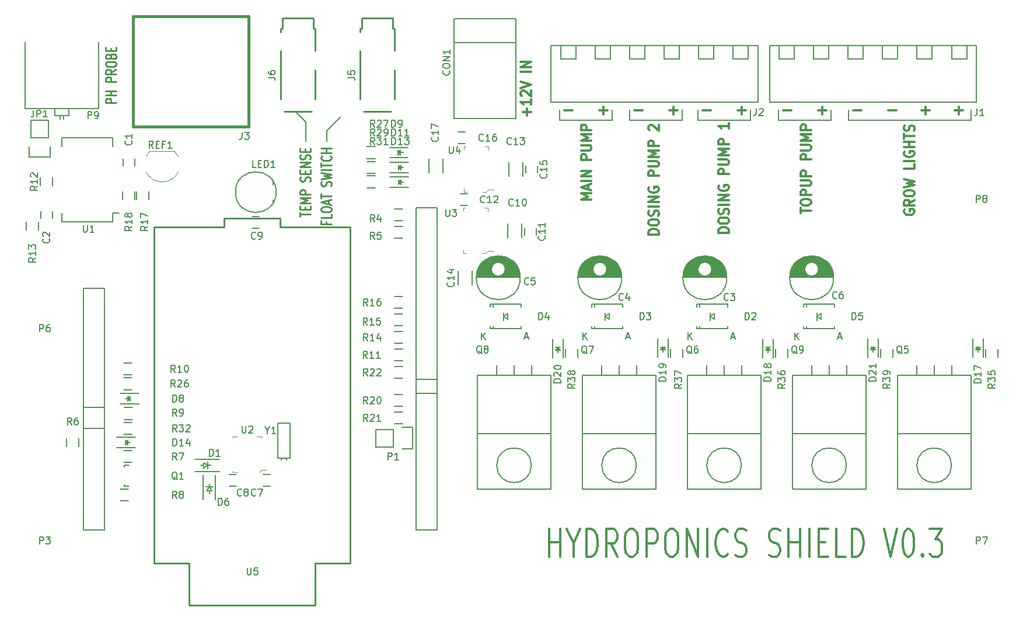
<source format=gbr>
G04 #@! TF.FileFunction,Legend,Top*
%FSLAX46Y46*%
G04 Gerber Fmt 4.6, Leading zero omitted, Abs format (unit mm)*
G04 Created by KiCad (PCBNEW 4.0.2+dfsg1-stable) date Mon 20 Aug 2018 02:01:52 PM EDT*
%MOMM*%
G01*
G04 APERTURE LIST*
%ADD10C,0.100000*%
%ADD11C,0.200000*%
%ADD12C,0.275000*%
%ADD13C,0.300000*%
%ADD14C,0.150000*%
%ADD15C,0.381000*%
%ADD16C,0.120000*%
%ADD17C,0.254000*%
G04 APERTURE END LIST*
D10*
D11*
X65278000Y-62992000D02*
X67310000Y-60960000D01*
X65278000Y-64516000D02*
X65278000Y-62992000D01*
X62230000Y-61722000D02*
X60706000Y-60198000D01*
X62230000Y-64516000D02*
X62230000Y-61722000D01*
D12*
X65170857Y-76173238D02*
X65170857Y-76539904D01*
X65956571Y-76539904D02*
X64456571Y-76539904D01*
X64456571Y-76016095D01*
X65956571Y-75073238D02*
X65956571Y-75597047D01*
X64456571Y-75597047D01*
X64456571Y-74497047D02*
X64456571Y-74287524D01*
X64528000Y-74182762D01*
X64670857Y-74078000D01*
X64956571Y-74025619D01*
X65456571Y-74025619D01*
X65742286Y-74078000D01*
X65885143Y-74182762D01*
X65956571Y-74287524D01*
X65956571Y-74497047D01*
X65885143Y-74601809D01*
X65742286Y-74706571D01*
X65456571Y-74758952D01*
X64956571Y-74758952D01*
X64670857Y-74706571D01*
X64528000Y-74601809D01*
X64456571Y-74497047D01*
X65528000Y-73606571D02*
X65528000Y-73082762D01*
X65956571Y-73711333D02*
X64456571Y-73344666D01*
X65956571Y-72978000D01*
X64456571Y-72768476D02*
X64456571Y-72139905D01*
X65956571Y-72454190D02*
X64456571Y-72454190D01*
X65885143Y-70987524D02*
X65956571Y-70830381D01*
X65956571Y-70568477D01*
X65885143Y-70463715D01*
X65813714Y-70411334D01*
X65670857Y-70358953D01*
X65528000Y-70358953D01*
X65385143Y-70411334D01*
X65313714Y-70463715D01*
X65242286Y-70568477D01*
X65170857Y-70778000D01*
X65099429Y-70882762D01*
X65028000Y-70935143D01*
X64885143Y-70987524D01*
X64742286Y-70987524D01*
X64599429Y-70935143D01*
X64528000Y-70882762D01*
X64456571Y-70778000D01*
X64456571Y-70516096D01*
X64528000Y-70358953D01*
X64456571Y-69992286D02*
X65956571Y-69730381D01*
X64885143Y-69520858D01*
X65956571Y-69311334D01*
X64456571Y-69049429D01*
X65956571Y-68630381D02*
X64456571Y-68630381D01*
X64456571Y-68263714D02*
X64456571Y-67635143D01*
X65956571Y-67949428D02*
X64456571Y-67949428D01*
X65813714Y-66639905D02*
X65885143Y-66692286D01*
X65956571Y-66849429D01*
X65956571Y-66954191D01*
X65885143Y-67111333D01*
X65742286Y-67216095D01*
X65599429Y-67268476D01*
X65313714Y-67320857D01*
X65099429Y-67320857D01*
X64813714Y-67268476D01*
X64670857Y-67216095D01*
X64528000Y-67111333D01*
X64456571Y-66954191D01*
X64456571Y-66849429D01*
X64528000Y-66692286D01*
X64599429Y-66639905D01*
X65956571Y-66168476D02*
X64456571Y-66168476D01*
X65170857Y-66168476D02*
X65170857Y-65539905D01*
X65956571Y-65539905D02*
X64456571Y-65539905D01*
X61408571Y-75439904D02*
X61408571Y-74811333D01*
X62908571Y-75125618D02*
X61408571Y-75125618D01*
X62122857Y-74444666D02*
X62122857Y-74078000D01*
X62908571Y-73920857D02*
X62908571Y-74444666D01*
X61408571Y-74444666D01*
X61408571Y-73920857D01*
X62908571Y-73449428D02*
X61408571Y-73449428D01*
X62480000Y-73082762D01*
X61408571Y-72716095D01*
X62908571Y-72716095D01*
X62908571Y-72192285D02*
X61408571Y-72192285D01*
X61408571Y-71773238D01*
X61480000Y-71668476D01*
X61551429Y-71616095D01*
X61694286Y-71563714D01*
X61908571Y-71563714D01*
X62051429Y-71616095D01*
X62122857Y-71668476D01*
X62194286Y-71773238D01*
X62194286Y-72192285D01*
X62837143Y-70306571D02*
X62908571Y-70149428D01*
X62908571Y-69887524D01*
X62837143Y-69782762D01*
X62765714Y-69730381D01*
X62622857Y-69678000D01*
X62480000Y-69678000D01*
X62337143Y-69730381D01*
X62265714Y-69782762D01*
X62194286Y-69887524D01*
X62122857Y-70097047D01*
X62051429Y-70201809D01*
X61980000Y-70254190D01*
X61837143Y-70306571D01*
X61694286Y-70306571D01*
X61551429Y-70254190D01*
X61480000Y-70201809D01*
X61408571Y-70097047D01*
X61408571Y-69835143D01*
X61480000Y-69678000D01*
X62122857Y-69206571D02*
X62122857Y-68839905D01*
X62908571Y-68682762D02*
X62908571Y-69206571D01*
X61408571Y-69206571D01*
X61408571Y-68682762D01*
X62908571Y-68211333D02*
X61408571Y-68211333D01*
X62908571Y-67582762D01*
X61408571Y-67582762D01*
X62837143Y-67111333D02*
X62908571Y-66954190D01*
X62908571Y-66692286D01*
X62837143Y-66587524D01*
X62765714Y-66535143D01*
X62622857Y-66482762D01*
X62480000Y-66482762D01*
X62337143Y-66535143D01*
X62265714Y-66587524D01*
X62194286Y-66692286D01*
X62122857Y-66901809D01*
X62051429Y-67006571D01*
X61980000Y-67058952D01*
X61837143Y-67111333D01*
X61694286Y-67111333D01*
X61551429Y-67058952D01*
X61480000Y-67006571D01*
X61408571Y-66901809D01*
X61408571Y-66639905D01*
X61480000Y-66482762D01*
X62122857Y-66011333D02*
X62122857Y-65644667D01*
X62908571Y-65487524D02*
X62908571Y-66011333D01*
X61408571Y-66011333D01*
X61408571Y-65487524D01*
D13*
X149110000Y-74428428D02*
X149038571Y-74556999D01*
X149038571Y-74749856D01*
X149110000Y-74942713D01*
X149252857Y-75071285D01*
X149395714Y-75135570D01*
X149681429Y-75199856D01*
X149895714Y-75199856D01*
X150181429Y-75135570D01*
X150324286Y-75071285D01*
X150467143Y-74942713D01*
X150538571Y-74749856D01*
X150538571Y-74621285D01*
X150467143Y-74428428D01*
X150395714Y-74364142D01*
X149895714Y-74364142D01*
X149895714Y-74621285D01*
X150538571Y-73014142D02*
X149824286Y-73464142D01*
X150538571Y-73785570D02*
X149038571Y-73785570D01*
X149038571Y-73271285D01*
X149110000Y-73142713D01*
X149181429Y-73078428D01*
X149324286Y-73014142D01*
X149538571Y-73014142D01*
X149681429Y-73078428D01*
X149752857Y-73142713D01*
X149824286Y-73271285D01*
X149824286Y-73785570D01*
X149038571Y-72178428D02*
X149038571Y-71921285D01*
X149110000Y-71792713D01*
X149252857Y-71664142D01*
X149538571Y-71599856D01*
X150038571Y-71599856D01*
X150324286Y-71664142D01*
X150467143Y-71792713D01*
X150538571Y-71921285D01*
X150538571Y-72178428D01*
X150467143Y-72306999D01*
X150324286Y-72435570D01*
X150038571Y-72499856D01*
X149538571Y-72499856D01*
X149252857Y-72435570D01*
X149110000Y-72306999D01*
X149038571Y-72178428D01*
X149038571Y-71149856D02*
X150538571Y-70828427D01*
X149467143Y-70571284D01*
X150538571Y-70314142D01*
X149038571Y-69992713D01*
X150538571Y-67806999D02*
X150538571Y-68449856D01*
X149038571Y-68449856D01*
X150538571Y-67356999D02*
X149038571Y-67356999D01*
X149110000Y-66007000D02*
X149038571Y-66135571D01*
X149038571Y-66328428D01*
X149110000Y-66521285D01*
X149252857Y-66649857D01*
X149395714Y-66714142D01*
X149681429Y-66778428D01*
X149895714Y-66778428D01*
X150181429Y-66714142D01*
X150324286Y-66649857D01*
X150467143Y-66521285D01*
X150538571Y-66328428D01*
X150538571Y-66199857D01*
X150467143Y-66007000D01*
X150395714Y-65942714D01*
X149895714Y-65942714D01*
X149895714Y-66199857D01*
X150538571Y-65364142D02*
X149038571Y-65364142D01*
X149752857Y-65364142D02*
X149752857Y-64592714D01*
X150538571Y-64592714D02*
X149038571Y-64592714D01*
X149038571Y-64142714D02*
X149038571Y-63371285D01*
X150538571Y-63756999D02*
X149038571Y-63756999D01*
X150467143Y-62985571D02*
X150538571Y-62792714D01*
X150538571Y-62471285D01*
X150467143Y-62342714D01*
X150395714Y-62278428D01*
X150252857Y-62214143D01*
X150110000Y-62214143D01*
X149967143Y-62278428D01*
X149895714Y-62342714D01*
X149824286Y-62471285D01*
X149752857Y-62728428D01*
X149681429Y-62857000D01*
X149610000Y-62921285D01*
X149467143Y-62985571D01*
X149324286Y-62985571D01*
X149181429Y-62921285D01*
X149110000Y-62857000D01*
X149038571Y-62728428D01*
X149038571Y-62407000D01*
X149110000Y-62214143D01*
X134052571Y-74945857D02*
X134052571Y-74174428D01*
X135552571Y-74560142D02*
X134052571Y-74560142D01*
X134052571Y-73467286D02*
X134052571Y-73210143D01*
X134124000Y-73081571D01*
X134266857Y-72953000D01*
X134552571Y-72888714D01*
X135052571Y-72888714D01*
X135338286Y-72953000D01*
X135481143Y-73081571D01*
X135552571Y-73210143D01*
X135552571Y-73467286D01*
X135481143Y-73595857D01*
X135338286Y-73724428D01*
X135052571Y-73788714D01*
X134552571Y-73788714D01*
X134266857Y-73724428D01*
X134124000Y-73595857D01*
X134052571Y-73467286D01*
X135552571Y-72310142D02*
X134052571Y-72310142D01*
X134052571Y-71795857D01*
X134124000Y-71667285D01*
X134195429Y-71603000D01*
X134338286Y-71538714D01*
X134552571Y-71538714D01*
X134695429Y-71603000D01*
X134766857Y-71667285D01*
X134838286Y-71795857D01*
X134838286Y-72310142D01*
X134052571Y-70960142D02*
X135266857Y-70960142D01*
X135409714Y-70895857D01*
X135481143Y-70831571D01*
X135552571Y-70703000D01*
X135552571Y-70445857D01*
X135481143Y-70317285D01*
X135409714Y-70253000D01*
X135266857Y-70188714D01*
X134052571Y-70188714D01*
X135552571Y-69545856D02*
X134052571Y-69545856D01*
X134052571Y-69031571D01*
X134124000Y-68902999D01*
X134195429Y-68838714D01*
X134338286Y-68774428D01*
X134552571Y-68774428D01*
X134695429Y-68838714D01*
X134766857Y-68902999D01*
X134838286Y-69031571D01*
X134838286Y-69545856D01*
X135552571Y-67167285D02*
X134052571Y-67167285D01*
X134052571Y-66653000D01*
X134124000Y-66524428D01*
X134195429Y-66460143D01*
X134338286Y-66395857D01*
X134552571Y-66395857D01*
X134695429Y-66460143D01*
X134766857Y-66524428D01*
X134838286Y-66653000D01*
X134838286Y-67167285D01*
X134052571Y-65817285D02*
X135266857Y-65817285D01*
X135409714Y-65753000D01*
X135481143Y-65688714D01*
X135552571Y-65560143D01*
X135552571Y-65303000D01*
X135481143Y-65174428D01*
X135409714Y-65110143D01*
X135266857Y-65045857D01*
X134052571Y-65045857D01*
X135552571Y-64402999D02*
X134052571Y-64402999D01*
X135124000Y-63952999D01*
X134052571Y-63502999D01*
X135552571Y-63502999D01*
X135552571Y-62860142D02*
X134052571Y-62860142D01*
X134052571Y-62345857D01*
X134124000Y-62217285D01*
X134195429Y-62153000D01*
X134338286Y-62088714D01*
X134552571Y-62088714D01*
X134695429Y-62153000D01*
X134766857Y-62217285D01*
X134838286Y-62345857D01*
X134838286Y-62860142D01*
X123614571Y-77757142D02*
X122114571Y-77757142D01*
X122114571Y-77435714D01*
X122186000Y-77242857D01*
X122328857Y-77114285D01*
X122471714Y-77050000D01*
X122757429Y-76985714D01*
X122971714Y-76985714D01*
X123257429Y-77050000D01*
X123400286Y-77114285D01*
X123543143Y-77242857D01*
X123614571Y-77435714D01*
X123614571Y-77757142D01*
X122114571Y-76150000D02*
X122114571Y-75892857D01*
X122186000Y-75764285D01*
X122328857Y-75635714D01*
X122614571Y-75571428D01*
X123114571Y-75571428D01*
X123400286Y-75635714D01*
X123543143Y-75764285D01*
X123614571Y-75892857D01*
X123614571Y-76150000D01*
X123543143Y-76278571D01*
X123400286Y-76407142D01*
X123114571Y-76471428D01*
X122614571Y-76471428D01*
X122328857Y-76407142D01*
X122186000Y-76278571D01*
X122114571Y-76150000D01*
X123543143Y-75057142D02*
X123614571Y-74864285D01*
X123614571Y-74542856D01*
X123543143Y-74414285D01*
X123471714Y-74349999D01*
X123328857Y-74285714D01*
X123186000Y-74285714D01*
X123043143Y-74349999D01*
X122971714Y-74414285D01*
X122900286Y-74542856D01*
X122828857Y-74799999D01*
X122757429Y-74928571D01*
X122686000Y-74992856D01*
X122543143Y-75057142D01*
X122400286Y-75057142D01*
X122257429Y-74992856D01*
X122186000Y-74928571D01*
X122114571Y-74799999D01*
X122114571Y-74478571D01*
X122186000Y-74285714D01*
X123614571Y-73707142D02*
X122114571Y-73707142D01*
X123614571Y-73064285D02*
X122114571Y-73064285D01*
X123614571Y-72292857D01*
X122114571Y-72292857D01*
X122186000Y-70942857D02*
X122114571Y-71071428D01*
X122114571Y-71264285D01*
X122186000Y-71457142D01*
X122328857Y-71585714D01*
X122471714Y-71649999D01*
X122757429Y-71714285D01*
X122971714Y-71714285D01*
X123257429Y-71649999D01*
X123400286Y-71585714D01*
X123543143Y-71457142D01*
X123614571Y-71264285D01*
X123614571Y-71135714D01*
X123543143Y-70942857D01*
X123471714Y-70878571D01*
X122971714Y-70878571D01*
X122971714Y-71135714D01*
X123614571Y-69271428D02*
X122114571Y-69271428D01*
X122114571Y-68757143D01*
X122186000Y-68628571D01*
X122257429Y-68564286D01*
X122400286Y-68500000D01*
X122614571Y-68500000D01*
X122757429Y-68564286D01*
X122828857Y-68628571D01*
X122900286Y-68757143D01*
X122900286Y-69271428D01*
X122114571Y-67921428D02*
X123328857Y-67921428D01*
X123471714Y-67857143D01*
X123543143Y-67792857D01*
X123614571Y-67664286D01*
X123614571Y-67407143D01*
X123543143Y-67278571D01*
X123471714Y-67214286D01*
X123328857Y-67150000D01*
X122114571Y-67150000D01*
X123614571Y-66507142D02*
X122114571Y-66507142D01*
X123186000Y-66057142D01*
X122114571Y-65607142D01*
X123614571Y-65607142D01*
X123614571Y-64964285D02*
X122114571Y-64964285D01*
X122114571Y-64450000D01*
X122186000Y-64321428D01*
X122257429Y-64257143D01*
X122400286Y-64192857D01*
X122614571Y-64192857D01*
X122757429Y-64257143D01*
X122828857Y-64321428D01*
X122900286Y-64450000D01*
X122900286Y-64964285D01*
X123614571Y-61878572D02*
X123614571Y-62650000D01*
X123614571Y-62264286D02*
X122114571Y-62264286D01*
X122328857Y-62392857D01*
X122471714Y-62521429D01*
X122543143Y-62650000D01*
X113468371Y-78009946D02*
X111968373Y-78012564D01*
X111967812Y-77691136D01*
X112038904Y-77498155D01*
X112181536Y-77369334D01*
X112324281Y-77304799D01*
X112609883Y-77240015D01*
X112824168Y-77239641D01*
X113109995Y-77303428D01*
X113252964Y-77367464D01*
X113396045Y-77495786D01*
X113467810Y-77688518D01*
X113468371Y-78009946D01*
X111965568Y-76405424D02*
X111965119Y-76148281D01*
X112036324Y-76019585D01*
X112178956Y-75890765D01*
X112464557Y-75825980D01*
X112964556Y-75825108D01*
X113250383Y-75888895D01*
X113393464Y-76017216D01*
X113465117Y-76145663D01*
X113465566Y-76402806D01*
X113394362Y-76531502D01*
X113251730Y-76660322D01*
X112966127Y-76725106D01*
X112466128Y-76725979D01*
X112180302Y-76662192D01*
X112037221Y-76533870D01*
X111965568Y-76405424D01*
X113392230Y-75310074D02*
X113463322Y-75117093D01*
X113462761Y-74795665D01*
X113391108Y-74667218D01*
X113319567Y-74603057D01*
X113176598Y-74539022D01*
X113033741Y-74539271D01*
X112890997Y-74603805D01*
X112819680Y-74668216D01*
X112748477Y-74796911D01*
X112677497Y-75054178D01*
X112606293Y-75182875D01*
X112534976Y-75247284D01*
X112392232Y-75311820D01*
X112249375Y-75312069D01*
X112106406Y-75248032D01*
X112034865Y-75183872D01*
X111963212Y-75055425D01*
X111962651Y-74733998D01*
X112033743Y-74541016D01*
X113461302Y-73959952D02*
X111961304Y-73962570D01*
X113460180Y-73317096D02*
X111960182Y-73319714D01*
X113458834Y-72545669D01*
X111958836Y-72548287D01*
X112027909Y-71198164D02*
X111956704Y-71326860D01*
X111957041Y-71519717D01*
X112028806Y-71712449D01*
X112171887Y-71840771D01*
X112314856Y-71904807D01*
X112600683Y-71968594D01*
X112814968Y-71968220D01*
X113100570Y-71903435D01*
X113243315Y-71838901D01*
X113385947Y-71710080D01*
X113457038Y-71517099D01*
X113456814Y-71388528D01*
X113385049Y-71195796D01*
X113313508Y-71131634D01*
X112813509Y-71132507D01*
X112813958Y-71389650D01*
X113453560Y-69524245D02*
X111953562Y-69526863D01*
X111952665Y-69012578D01*
X112023869Y-68883882D01*
X112095186Y-68819472D01*
X112237931Y-68754937D01*
X112452215Y-68754563D01*
X112595185Y-68818600D01*
X112666725Y-68882760D01*
X112738379Y-69011207D01*
X112739276Y-69525491D01*
X111951206Y-68176865D02*
X113165490Y-68174745D01*
X113308235Y-68110211D01*
X113379552Y-68045800D01*
X113450755Y-67917105D01*
X113450306Y-67659962D01*
X113378654Y-67531515D01*
X113307113Y-67467355D01*
X113164144Y-67403318D01*
X111949860Y-67405438D01*
X113448736Y-66759963D02*
X111948738Y-66762581D01*
X113019380Y-66310711D01*
X111947167Y-65862582D01*
X113447165Y-65859964D01*
X113446043Y-65217108D02*
X111946045Y-65219726D01*
X111945147Y-64705442D01*
X112016352Y-64576745D01*
X112087669Y-64512336D01*
X112230413Y-64447801D01*
X112444698Y-64447427D01*
X112587668Y-64511463D01*
X112659208Y-64575623D01*
X112730861Y-64704071D01*
X112731759Y-65218355D01*
X112084864Y-62905195D02*
X112013323Y-62841034D01*
X111941669Y-62712588D01*
X111941108Y-62391159D01*
X112012313Y-62262464D01*
X112083629Y-62198053D01*
X112226374Y-62133519D01*
X112369231Y-62133270D01*
X112583629Y-62197181D01*
X113442116Y-62967113D01*
X113440657Y-62131400D01*
X103675571Y-72963999D02*
X102175571Y-72963999D01*
X103247000Y-72513999D01*
X102175571Y-72063999D01*
X103675571Y-72063999D01*
X103247000Y-71485428D02*
X103247000Y-70842571D01*
X103675571Y-71614000D02*
X102175571Y-71164000D01*
X103675571Y-70714000D01*
X103675571Y-70263999D02*
X102175571Y-70263999D01*
X103675571Y-69621142D02*
X102175571Y-69621142D01*
X103675571Y-68849714D01*
X102175571Y-68849714D01*
X103675571Y-67178285D02*
X102175571Y-67178285D01*
X102175571Y-66664000D01*
X102247000Y-66535428D01*
X102318429Y-66471143D01*
X102461286Y-66406857D01*
X102675571Y-66406857D01*
X102818429Y-66471143D01*
X102889857Y-66535428D01*
X102961286Y-66664000D01*
X102961286Y-67178285D01*
X102175571Y-65828285D02*
X103389857Y-65828285D01*
X103532714Y-65764000D01*
X103604143Y-65699714D01*
X103675571Y-65571143D01*
X103675571Y-65314000D01*
X103604143Y-65185428D01*
X103532714Y-65121143D01*
X103389857Y-65056857D01*
X102175571Y-65056857D01*
X103675571Y-64413999D02*
X102175571Y-64413999D01*
X103247000Y-63963999D01*
X102175571Y-63513999D01*
X103675571Y-63513999D01*
X103675571Y-62871142D02*
X102175571Y-62871142D01*
X102175571Y-62356857D01*
X102247000Y-62228285D01*
X102318429Y-62164000D01*
X102461286Y-62099714D01*
X102675571Y-62099714D01*
X102818429Y-62164000D01*
X102889857Y-62228285D01*
X102961286Y-62356857D01*
X102961286Y-62871142D01*
X94341143Y-60817428D02*
X94341143Y-59788857D01*
X94912571Y-60303143D02*
X93769714Y-60303143D01*
X94912571Y-58438857D02*
X94912571Y-59210285D01*
X94912571Y-58824571D02*
X93412571Y-58824571D01*
X93626857Y-58953142D01*
X93769714Y-59081714D01*
X93841143Y-59210285D01*
X93555429Y-57924571D02*
X93484000Y-57860285D01*
X93412571Y-57731714D01*
X93412571Y-57410285D01*
X93484000Y-57281714D01*
X93555429Y-57217428D01*
X93698286Y-57153143D01*
X93841143Y-57153143D01*
X94055429Y-57217428D01*
X94912571Y-57988857D01*
X94912571Y-57153143D01*
X93412571Y-56767429D02*
X94912571Y-56317429D01*
X93412571Y-55867429D01*
X94912571Y-54388857D02*
X93412571Y-54388857D01*
X94912571Y-53746000D02*
X93412571Y-53746000D01*
X94912571Y-52974572D01*
X93412571Y-52974572D01*
D11*
X78232000Y-74168000D02*
X78232000Y-120904000D01*
X29972000Y-106172000D02*
X33020000Y-106172000D01*
X29972000Y-103124000D02*
X33020000Y-103124000D01*
X29972000Y-120904000D02*
X29972000Y-85852000D01*
X33020000Y-120904000D02*
X29972000Y-120904000D01*
X33020000Y-85852000D02*
X33020000Y-120904000D01*
X29972000Y-85852000D02*
X33020000Y-85852000D01*
X78232000Y-101092000D02*
X81280000Y-101092000D01*
X78232000Y-99060000D02*
X81280000Y-99060000D01*
X81280000Y-74168000D02*
X78232000Y-74168000D01*
X81280000Y-120904000D02*
X81280000Y-74168000D01*
X78232000Y-120904000D02*
X81280000Y-120904000D01*
D13*
X131508572Y-60051143D02*
X132651429Y-60051143D01*
X124904572Y-60051143D02*
X126047429Y-60051143D01*
X125476000Y-60622571D02*
X125476000Y-59479714D01*
D11*
X158750000Y-61468000D02*
X140970000Y-61468000D01*
X140970000Y-61468000D02*
X140970000Y-59944000D01*
X138430000Y-61468000D02*
X138430000Y-59944000D01*
X130810000Y-59944000D02*
X130810000Y-61468000D01*
X130810000Y-61468000D02*
X138430000Y-61468000D01*
D13*
X136588572Y-60051143D02*
X137731429Y-60051143D01*
X137160000Y-60622571D02*
X137160000Y-59479714D01*
D12*
X34714571Y-58923790D02*
X33214571Y-58923790D01*
X33214571Y-58504743D01*
X33286000Y-58399981D01*
X33357429Y-58347600D01*
X33500286Y-58295219D01*
X33714571Y-58295219D01*
X33857429Y-58347600D01*
X33928857Y-58399981D01*
X34000286Y-58504743D01*
X34000286Y-58923790D01*
X34714571Y-57823790D02*
X33214571Y-57823790D01*
X33928857Y-57823790D02*
X33928857Y-57195219D01*
X34714571Y-57195219D02*
X33214571Y-57195219D01*
X34714571Y-55833314D02*
X33214571Y-55833314D01*
X33214571Y-55414267D01*
X33286000Y-55309505D01*
X33357429Y-55257124D01*
X33500286Y-55204743D01*
X33714571Y-55204743D01*
X33857429Y-55257124D01*
X33928857Y-55309505D01*
X34000286Y-55414267D01*
X34000286Y-55833314D01*
X34714571Y-54104743D02*
X34000286Y-54471409D01*
X34714571Y-54733314D02*
X33214571Y-54733314D01*
X33214571Y-54314267D01*
X33286000Y-54209505D01*
X33357429Y-54157124D01*
X33500286Y-54104743D01*
X33714571Y-54104743D01*
X33857429Y-54157124D01*
X33928857Y-54209505D01*
X34000286Y-54314267D01*
X34000286Y-54733314D01*
X33214571Y-53423790D02*
X33214571Y-53214267D01*
X33286000Y-53109505D01*
X33428857Y-53004743D01*
X33714571Y-52952362D01*
X34214571Y-52952362D01*
X34500286Y-53004743D01*
X34643143Y-53109505D01*
X34714571Y-53214267D01*
X34714571Y-53423790D01*
X34643143Y-53528552D01*
X34500286Y-53633314D01*
X34214571Y-53685695D01*
X33714571Y-53685695D01*
X33428857Y-53633314D01*
X33286000Y-53528552D01*
X33214571Y-53423790D01*
X33928857Y-52114267D02*
X34000286Y-51957124D01*
X34071714Y-51904743D01*
X34214571Y-51852362D01*
X34428857Y-51852362D01*
X34571714Y-51904743D01*
X34643143Y-51957124D01*
X34714571Y-52061886D01*
X34714571Y-52480933D01*
X33214571Y-52480933D01*
X33214571Y-52114267D01*
X33286000Y-52009505D01*
X33357429Y-51957124D01*
X33500286Y-51904743D01*
X33643143Y-51904743D01*
X33786000Y-51957124D01*
X33857429Y-52009505D01*
X33928857Y-52114267D01*
X33928857Y-52480933D01*
X33928857Y-51380933D02*
X33928857Y-51014267D01*
X34714571Y-50857124D02*
X34714571Y-51380933D01*
X33214571Y-51380933D01*
X33214571Y-50857124D01*
D13*
X97551857Y-124745524D02*
X97551857Y-120745524D01*
X97551857Y-122650286D02*
X99180429Y-122650286D01*
X99180429Y-124745524D02*
X99180429Y-120745524D01*
X101080429Y-122840762D02*
X101080429Y-124745524D01*
X100130429Y-120745524D02*
X101080429Y-122840762D01*
X102030429Y-120745524D01*
X102980428Y-124745524D02*
X102980428Y-120745524D01*
X103659000Y-120745524D01*
X104066143Y-120936000D01*
X104337571Y-121316952D01*
X104473286Y-121697905D01*
X104609000Y-122459810D01*
X104609000Y-123031238D01*
X104473286Y-123793143D01*
X104337571Y-124174095D01*
X104066143Y-124555048D01*
X103659000Y-124745524D01*
X102980428Y-124745524D01*
X107459000Y-124745524D02*
X106509000Y-122840762D01*
X105830428Y-124745524D02*
X105830428Y-120745524D01*
X106916143Y-120745524D01*
X107187571Y-120936000D01*
X107323286Y-121126476D01*
X107459000Y-121507429D01*
X107459000Y-122078857D01*
X107323286Y-122459810D01*
X107187571Y-122650286D01*
X106916143Y-122840762D01*
X105830428Y-122840762D01*
X109223286Y-120745524D02*
X109766143Y-120745524D01*
X110037571Y-120936000D01*
X110309000Y-121316952D01*
X110444714Y-122078857D01*
X110444714Y-123412190D01*
X110309000Y-124174095D01*
X110037571Y-124555048D01*
X109766143Y-124745524D01*
X109223286Y-124745524D01*
X108951857Y-124555048D01*
X108680428Y-124174095D01*
X108544714Y-123412190D01*
X108544714Y-122078857D01*
X108680428Y-121316952D01*
X108951857Y-120936000D01*
X109223286Y-120745524D01*
X111666142Y-124745524D02*
X111666142Y-120745524D01*
X112751857Y-120745524D01*
X113023285Y-120936000D01*
X113159000Y-121126476D01*
X113294714Y-121507429D01*
X113294714Y-122078857D01*
X113159000Y-122459810D01*
X113023285Y-122650286D01*
X112751857Y-122840762D01*
X111666142Y-122840762D01*
X115059000Y-120745524D02*
X115601857Y-120745524D01*
X115873285Y-120936000D01*
X116144714Y-121316952D01*
X116280428Y-122078857D01*
X116280428Y-123412190D01*
X116144714Y-124174095D01*
X115873285Y-124555048D01*
X115601857Y-124745524D01*
X115059000Y-124745524D01*
X114787571Y-124555048D01*
X114516142Y-124174095D01*
X114380428Y-123412190D01*
X114380428Y-122078857D01*
X114516142Y-121316952D01*
X114787571Y-120936000D01*
X115059000Y-120745524D01*
X117501856Y-124745524D02*
X117501856Y-120745524D01*
X119130428Y-124745524D01*
X119130428Y-120745524D01*
X120487570Y-124745524D02*
X120487570Y-120745524D01*
X123473285Y-124364571D02*
X123337571Y-124555048D01*
X122930428Y-124745524D01*
X122658999Y-124745524D01*
X122251856Y-124555048D01*
X121980428Y-124174095D01*
X121844713Y-123793143D01*
X121708999Y-123031238D01*
X121708999Y-122459810D01*
X121844713Y-121697905D01*
X121980428Y-121316952D01*
X122251856Y-120936000D01*
X122658999Y-120745524D01*
X122930428Y-120745524D01*
X123337571Y-120936000D01*
X123473285Y-121126476D01*
X124558999Y-124555048D02*
X124966142Y-124745524D01*
X125644713Y-124745524D01*
X125916142Y-124555048D01*
X126051856Y-124364571D01*
X126187571Y-123983619D01*
X126187571Y-123602667D01*
X126051856Y-123221714D01*
X125916142Y-123031238D01*
X125644713Y-122840762D01*
X125101856Y-122650286D01*
X124830428Y-122459810D01*
X124694713Y-122269333D01*
X124558999Y-121888381D01*
X124558999Y-121507429D01*
X124694713Y-121126476D01*
X124830428Y-120936000D01*
X125101856Y-120745524D01*
X125780428Y-120745524D01*
X126187571Y-120936000D01*
X129444714Y-124555048D02*
X129851857Y-124745524D01*
X130530428Y-124745524D01*
X130801857Y-124555048D01*
X130937571Y-124364571D01*
X131073286Y-123983619D01*
X131073286Y-123602667D01*
X130937571Y-123221714D01*
X130801857Y-123031238D01*
X130530428Y-122840762D01*
X129987571Y-122650286D01*
X129716143Y-122459810D01*
X129580428Y-122269333D01*
X129444714Y-121888381D01*
X129444714Y-121507429D01*
X129580428Y-121126476D01*
X129716143Y-120936000D01*
X129987571Y-120745524D01*
X130666143Y-120745524D01*
X131073286Y-120936000D01*
X132294714Y-124745524D02*
X132294714Y-120745524D01*
X132294714Y-122650286D02*
X133923286Y-122650286D01*
X133923286Y-124745524D02*
X133923286Y-120745524D01*
X135280428Y-124745524D02*
X135280428Y-120745524D01*
X136637571Y-122650286D02*
X137587571Y-122650286D01*
X137994714Y-124745524D02*
X136637571Y-124745524D01*
X136637571Y-120745524D01*
X137994714Y-120745524D01*
X140573285Y-124745524D02*
X139216142Y-124745524D01*
X139216142Y-120745524D01*
X141523285Y-124745524D02*
X141523285Y-120745524D01*
X142201857Y-120745524D01*
X142609000Y-120936000D01*
X142880428Y-121316952D01*
X143016143Y-121697905D01*
X143151857Y-122459810D01*
X143151857Y-123031238D01*
X143016143Y-123793143D01*
X142880428Y-124174095D01*
X142609000Y-124555048D01*
X142201857Y-124745524D01*
X141523285Y-124745524D01*
X146137572Y-120745524D02*
X147087572Y-124745524D01*
X148037572Y-120745524D01*
X149530429Y-120745524D02*
X149801857Y-120745524D01*
X150073286Y-120936000D01*
X150209000Y-121126476D01*
X150344714Y-121507429D01*
X150480429Y-122269333D01*
X150480429Y-123221714D01*
X150344714Y-123983619D01*
X150209000Y-124364571D01*
X150073286Y-124555048D01*
X149801857Y-124745524D01*
X149530429Y-124745524D01*
X149259000Y-124555048D01*
X149123286Y-124364571D01*
X148987571Y-123983619D01*
X148851857Y-123221714D01*
X148851857Y-122269333D01*
X148987571Y-121507429D01*
X149123286Y-121126476D01*
X149259000Y-120936000D01*
X149530429Y-120745524D01*
X151701857Y-124364571D02*
X151837572Y-124555048D01*
X151701857Y-124745524D01*
X151566143Y-124555048D01*
X151701857Y-124364571D01*
X151701857Y-124745524D01*
X152787572Y-120745524D02*
X154551858Y-120745524D01*
X153601858Y-122269333D01*
X154009000Y-122269333D01*
X154280429Y-122459810D01*
X154416143Y-122650286D01*
X154551858Y-123031238D01*
X154551858Y-123983619D01*
X154416143Y-124364571D01*
X154280429Y-124555048D01*
X154009000Y-124745524D01*
X153194715Y-124745524D01*
X152923286Y-124555048D01*
X152787572Y-124364571D01*
D11*
X158750000Y-61468000D02*
X158750000Y-59944000D01*
D13*
X146748572Y-60051143D02*
X147891429Y-60051143D01*
X141668572Y-60051143D02*
X142811429Y-60051143D01*
X156400572Y-60051143D02*
X157543429Y-60051143D01*
X156972000Y-60622571D02*
X156972000Y-59479714D01*
X151574572Y-60051143D02*
X152717429Y-60051143D01*
X152146000Y-60622571D02*
X152146000Y-59479714D01*
D11*
X119126000Y-61468000D02*
X126746000Y-61468000D01*
X119126000Y-59944000D02*
X119126000Y-61468000D01*
X126746000Y-61468000D02*
X126746000Y-59944000D01*
D13*
X119824572Y-60051143D02*
X120967429Y-60051143D01*
D11*
X109220000Y-61468000D02*
X116840000Y-61468000D01*
X109220000Y-59944000D02*
X109220000Y-61468000D01*
X116840000Y-61468000D02*
X116840000Y-59944000D01*
D13*
X109918572Y-60051143D02*
X111061429Y-60051143D01*
X114998572Y-60051143D02*
X116141429Y-60051143D01*
X115570000Y-60622571D02*
X115570000Y-59479714D01*
D11*
X106680000Y-61468000D02*
X106680000Y-59944000D01*
X99060000Y-61468000D02*
X106680000Y-61468000D01*
X99060000Y-59944000D02*
X99060000Y-61468000D01*
D13*
X99758572Y-60051143D02*
X100901429Y-60051143D01*
X104838572Y-60051143D02*
X105981429Y-60051143D01*
X105410000Y-60622571D02*
X105410000Y-59479714D01*
D14*
X85666200Y-72124200D02*
X84666200Y-72124200D01*
X84666200Y-73824200D02*
X85666200Y-73824200D01*
X95846000Y-69080000D02*
X95846000Y-68080000D01*
X94146000Y-68080000D02*
X94146000Y-69080000D01*
D15*
X37211000Y-62357000D02*
X53975000Y-62357000D01*
X37211000Y-46355000D02*
X37211000Y-62357000D01*
X53975000Y-46355000D02*
X37211000Y-46355000D01*
X53975000Y-62357000D02*
X53975000Y-46355000D01*
D14*
X26568400Y-60782200D02*
X26568400Y-61290200D01*
X27076400Y-60782200D02*
X27076400Y-61290200D01*
X32156400Y-59766200D02*
X32156400Y-50114200D01*
X21488400Y-59766200D02*
X21488400Y-50114200D01*
X32156400Y-59766200D02*
X21488400Y-59766200D01*
X27838400Y-59766200D02*
X27838400Y-60782200D01*
X25806400Y-59766200D02*
X27838400Y-59766200D01*
X25806400Y-60782200D02*
X25806400Y-59766200D01*
X27838400Y-60782200D02*
X25806400Y-60782200D01*
X38049000Y-101104000D02*
X35349000Y-101104000D01*
X38049000Y-102604000D02*
X35349000Y-102604000D01*
X36549000Y-101704000D02*
X36549000Y-101954000D01*
X36549000Y-101954000D02*
X36699000Y-101804000D01*
X36799000Y-102204000D02*
X36799000Y-101504000D01*
X36449000Y-101854000D02*
X36099000Y-101854000D01*
X36799000Y-101854000D02*
X36449000Y-102204000D01*
X36449000Y-102204000D02*
X36449000Y-101504000D01*
X36449000Y-101504000D02*
X36799000Y-101854000D01*
X35849000Y-98820000D02*
X37049000Y-98820000D01*
X37049000Y-100570000D02*
X35849000Y-100570000D01*
X34849000Y-108954000D02*
X37549000Y-108954000D01*
X34849000Y-107454000D02*
X37549000Y-107454000D01*
X36349000Y-108354000D02*
X36349000Y-108104000D01*
X36349000Y-108104000D02*
X36199000Y-108254000D01*
X36099000Y-107854000D02*
X36099000Y-108554000D01*
X36449000Y-108204000D02*
X36799000Y-108204000D01*
X36099000Y-108204000D02*
X36449000Y-107854000D01*
X36449000Y-107854000D02*
X36449000Y-108554000D01*
X36449000Y-108554000D02*
X36099000Y-108204000D01*
X37049000Y-107047000D02*
X35849000Y-107047000D01*
X35849000Y-105297000D02*
X37049000Y-105297000D01*
D16*
X43202000Y-65968000D02*
X39602000Y-65968000D01*
X43726184Y-66695205D02*
G75*
G03X43202000Y-65968000I-2324184J-1122795D01*
G01*
X43758400Y-68916807D02*
G75*
G02X41402000Y-70418000I-2356400J1098807D01*
G01*
X39045600Y-68916807D02*
G75*
G03X41402000Y-70418000I2356400J1098807D01*
G01*
X39077816Y-66695205D02*
G75*
G02X39602000Y-65968000I2324184J-1122795D01*
G01*
D14*
X35726000Y-67064000D02*
X35726000Y-68064000D01*
X37426000Y-68064000D02*
X37426000Y-67064000D01*
X35701000Y-72990000D02*
X35701000Y-71790000D01*
X37451000Y-71790000D02*
X37451000Y-72990000D01*
X39483000Y-71790000D02*
X39483000Y-72990000D01*
X37733000Y-72990000D02*
X37733000Y-71790000D01*
X34231200Y-76209000D02*
X34231200Y-74939000D01*
X26881200Y-76209000D02*
X26881200Y-74939000D01*
X26881200Y-63999000D02*
X26881200Y-65269000D01*
X34231200Y-63999000D02*
X34231200Y-65269000D01*
X34231200Y-76209000D02*
X26881200Y-76209000D01*
X34231200Y-63999000D02*
X26881200Y-63999000D01*
X34231200Y-74939000D02*
X35166200Y-74939000D01*
X92765880Y-50228500D02*
X83764120Y-50228500D01*
X92765880Y-46728380D02*
X83764120Y-46728380D01*
X83764120Y-46728380D02*
X83764120Y-61229240D01*
X83764120Y-61229240D02*
X92765880Y-61229240D01*
X92765880Y-61229240D02*
X92765880Y-46728380D01*
X130933000Y-52537000D02*
X130933000Y-50737000D01*
X133133000Y-52537000D02*
X130933000Y-52537000D01*
X133133000Y-50737000D02*
X133133000Y-52537000D01*
X135933000Y-52537000D02*
X135933000Y-50737000D01*
X138133000Y-52537000D02*
X135933000Y-52537000D01*
X138133000Y-50737000D02*
X138133000Y-52537000D01*
X140933000Y-52537000D02*
X140933000Y-50737000D01*
X143133000Y-52537000D02*
X140933000Y-52537000D01*
X143133000Y-50737000D02*
X143133000Y-52537000D01*
X145933000Y-52537000D02*
X145933000Y-50737000D01*
X148133000Y-52537000D02*
X145933000Y-52537000D01*
X148133000Y-50737000D02*
X148133000Y-52537000D01*
X150933000Y-52537000D02*
X150933000Y-50737000D01*
X153133000Y-52537000D02*
X150933000Y-52537000D01*
X153133000Y-50737000D02*
X153133000Y-52537000D01*
X155933000Y-52537000D02*
X155933000Y-50737000D01*
X158133000Y-52537000D02*
X155933000Y-52537000D01*
X158133000Y-50737000D02*
X158133000Y-52537000D01*
X129533000Y-50737000D02*
X129533000Y-58826400D01*
X159562200Y-58826400D02*
X159562200Y-50647600D01*
X159533000Y-58837000D02*
X129533000Y-58837000D01*
X159533000Y-50637000D02*
X129533000Y-50637000D01*
X99230000Y-52535000D02*
X99230000Y-50735000D01*
X101430000Y-52535000D02*
X99230000Y-52535000D01*
X101430000Y-50735000D02*
X101430000Y-52535000D01*
X104230000Y-52535000D02*
X104230000Y-50735000D01*
X106430000Y-52535000D02*
X104230000Y-52535000D01*
X106430000Y-50735000D02*
X106430000Y-52535000D01*
X109230000Y-52535000D02*
X109230000Y-50735000D01*
X111430000Y-52535000D02*
X109230000Y-52535000D01*
X111430000Y-50735000D02*
X111430000Y-52535000D01*
X114230000Y-52535000D02*
X114230000Y-50735000D01*
X116430000Y-52535000D02*
X114230000Y-52535000D01*
X116430000Y-50735000D02*
X116430000Y-52535000D01*
X119230000Y-52535000D02*
X119230000Y-50735000D01*
X121430000Y-52535000D02*
X119230000Y-52535000D01*
X121430000Y-50735000D02*
X121430000Y-52535000D01*
X124230000Y-52535000D02*
X124230000Y-50735000D01*
X126430000Y-52535000D02*
X124230000Y-52535000D01*
X126430000Y-50735000D02*
X126430000Y-52535000D01*
X97830000Y-50735000D02*
X97830000Y-58824400D01*
X127859200Y-58824400D02*
X127859200Y-50645600D01*
X127830000Y-58835000D02*
X97830000Y-58835000D01*
X127830000Y-50635000D02*
X97830000Y-50635000D01*
X116993000Y-84233000D02*
X123291000Y-84233000D01*
X116999000Y-84093000D02*
X123285000Y-84093000D01*
X117012000Y-83953000D02*
X119696000Y-83953000D01*
X120588000Y-83953000D02*
X123272000Y-83953000D01*
X117031000Y-83813000D02*
X119486000Y-83813000D01*
X120798000Y-83813000D02*
X123253000Y-83813000D01*
X117057000Y-83673000D02*
X119353000Y-83673000D01*
X120931000Y-83673000D02*
X123227000Y-83673000D01*
X117089000Y-83533000D02*
X119262000Y-83533000D01*
X121022000Y-83533000D02*
X123195000Y-83533000D01*
X117128000Y-83393000D02*
X119200000Y-83393000D01*
X121084000Y-83393000D02*
X123156000Y-83393000D01*
X117174000Y-83253000D02*
X119161000Y-83253000D01*
X121123000Y-83253000D02*
X123110000Y-83253000D01*
X117227000Y-83113000D02*
X119144000Y-83113000D01*
X121140000Y-83113000D02*
X123057000Y-83113000D01*
X117289000Y-82973000D02*
X119146000Y-82973000D01*
X121138000Y-82973000D02*
X122995000Y-82973000D01*
X117359000Y-82833000D02*
X119168000Y-82833000D01*
X121116000Y-82833000D02*
X122925000Y-82833000D01*
X117438000Y-82693000D02*
X119211000Y-82693000D01*
X121073000Y-82693000D02*
X122846000Y-82693000D01*
X117526000Y-82553000D02*
X119279000Y-82553000D01*
X121005000Y-82553000D02*
X122758000Y-82553000D01*
X117626000Y-82413000D02*
X119378000Y-82413000D01*
X120906000Y-82413000D02*
X122658000Y-82413000D01*
X117738000Y-82273000D02*
X119523000Y-82273000D01*
X120761000Y-82273000D02*
X122546000Y-82273000D01*
X117863000Y-82133000D02*
X119762000Y-82133000D01*
X120522000Y-82133000D02*
X122421000Y-82133000D01*
X118006000Y-81993000D02*
X122278000Y-81993000D01*
X118168000Y-81853000D02*
X122116000Y-81853000D01*
X118356000Y-81713000D02*
X121928000Y-81713000D01*
X118579000Y-81573000D02*
X121705000Y-81573000D01*
X118855000Y-81433000D02*
X121429000Y-81433000D01*
X119230000Y-81293000D02*
X121054000Y-81293000D01*
X121142000Y-83058000D02*
G75*
G03X121142000Y-83058000I-1000000J0D01*
G01*
X123329500Y-84308000D02*
G75*
G03X123329500Y-84308000I-3187500J0D01*
G01*
X101753000Y-84233000D02*
X108051000Y-84233000D01*
X101759000Y-84093000D02*
X108045000Y-84093000D01*
X101772000Y-83953000D02*
X104456000Y-83953000D01*
X105348000Y-83953000D02*
X108032000Y-83953000D01*
X101791000Y-83813000D02*
X104246000Y-83813000D01*
X105558000Y-83813000D02*
X108013000Y-83813000D01*
X101817000Y-83673000D02*
X104113000Y-83673000D01*
X105691000Y-83673000D02*
X107987000Y-83673000D01*
X101849000Y-83533000D02*
X104022000Y-83533000D01*
X105782000Y-83533000D02*
X107955000Y-83533000D01*
X101888000Y-83393000D02*
X103960000Y-83393000D01*
X105844000Y-83393000D02*
X107916000Y-83393000D01*
X101934000Y-83253000D02*
X103921000Y-83253000D01*
X105883000Y-83253000D02*
X107870000Y-83253000D01*
X101987000Y-83113000D02*
X103904000Y-83113000D01*
X105900000Y-83113000D02*
X107817000Y-83113000D01*
X102049000Y-82973000D02*
X103906000Y-82973000D01*
X105898000Y-82973000D02*
X107755000Y-82973000D01*
X102119000Y-82833000D02*
X103928000Y-82833000D01*
X105876000Y-82833000D02*
X107685000Y-82833000D01*
X102198000Y-82693000D02*
X103971000Y-82693000D01*
X105833000Y-82693000D02*
X107606000Y-82693000D01*
X102286000Y-82553000D02*
X104039000Y-82553000D01*
X105765000Y-82553000D02*
X107518000Y-82553000D01*
X102386000Y-82413000D02*
X104138000Y-82413000D01*
X105666000Y-82413000D02*
X107418000Y-82413000D01*
X102498000Y-82273000D02*
X104283000Y-82273000D01*
X105521000Y-82273000D02*
X107306000Y-82273000D01*
X102623000Y-82133000D02*
X104522000Y-82133000D01*
X105282000Y-82133000D02*
X107181000Y-82133000D01*
X102766000Y-81993000D02*
X107038000Y-81993000D01*
X102928000Y-81853000D02*
X106876000Y-81853000D01*
X103116000Y-81713000D02*
X106688000Y-81713000D01*
X103339000Y-81573000D02*
X106465000Y-81573000D01*
X103615000Y-81433000D02*
X106189000Y-81433000D01*
X103990000Y-81293000D02*
X105814000Y-81293000D01*
X105902000Y-83058000D02*
G75*
G03X105902000Y-83058000I-1000000J0D01*
G01*
X108089500Y-84308000D02*
G75*
G03X108089500Y-84308000I-3187500J0D01*
G01*
X87021000Y-84233000D02*
X93319000Y-84233000D01*
X87027000Y-84093000D02*
X93313000Y-84093000D01*
X87040000Y-83953000D02*
X89724000Y-83953000D01*
X90616000Y-83953000D02*
X93300000Y-83953000D01*
X87059000Y-83813000D02*
X89514000Y-83813000D01*
X90826000Y-83813000D02*
X93281000Y-83813000D01*
X87085000Y-83673000D02*
X89381000Y-83673000D01*
X90959000Y-83673000D02*
X93255000Y-83673000D01*
X87117000Y-83533000D02*
X89290000Y-83533000D01*
X91050000Y-83533000D02*
X93223000Y-83533000D01*
X87156000Y-83393000D02*
X89228000Y-83393000D01*
X91112000Y-83393000D02*
X93184000Y-83393000D01*
X87202000Y-83253000D02*
X89189000Y-83253000D01*
X91151000Y-83253000D02*
X93138000Y-83253000D01*
X87255000Y-83113000D02*
X89172000Y-83113000D01*
X91168000Y-83113000D02*
X93085000Y-83113000D01*
X87317000Y-82973000D02*
X89174000Y-82973000D01*
X91166000Y-82973000D02*
X93023000Y-82973000D01*
X87387000Y-82833000D02*
X89196000Y-82833000D01*
X91144000Y-82833000D02*
X92953000Y-82833000D01*
X87466000Y-82693000D02*
X89239000Y-82693000D01*
X91101000Y-82693000D02*
X92874000Y-82693000D01*
X87554000Y-82553000D02*
X89307000Y-82553000D01*
X91033000Y-82553000D02*
X92786000Y-82553000D01*
X87654000Y-82413000D02*
X89406000Y-82413000D01*
X90934000Y-82413000D02*
X92686000Y-82413000D01*
X87766000Y-82273000D02*
X89551000Y-82273000D01*
X90789000Y-82273000D02*
X92574000Y-82273000D01*
X87891000Y-82133000D02*
X89790000Y-82133000D01*
X90550000Y-82133000D02*
X92449000Y-82133000D01*
X88034000Y-81993000D02*
X92306000Y-81993000D01*
X88196000Y-81853000D02*
X92144000Y-81853000D01*
X88384000Y-81713000D02*
X91956000Y-81713000D01*
X88607000Y-81573000D02*
X91733000Y-81573000D01*
X88883000Y-81433000D02*
X91457000Y-81433000D01*
X89258000Y-81293000D02*
X91082000Y-81293000D01*
X91170000Y-83058000D02*
G75*
G03X91170000Y-83058000I-1000000J0D01*
G01*
X93357500Y-84308000D02*
G75*
G03X93357500Y-84308000I-3187500J0D01*
G01*
X155956000Y-98425000D02*
X155956000Y-97028000D01*
X153416000Y-98425000D02*
X153416000Y-97028000D01*
X150876000Y-98425000D02*
X150876000Y-97028000D01*
X155930472Y-111506000D02*
G75*
G03X155930472Y-111506000I-2514472J0D01*
G01*
X148082000Y-106934000D02*
X148082000Y-114935000D01*
X148082000Y-114935000D02*
X158750000Y-114935000D01*
X158750000Y-114935000D02*
X158750000Y-106934000D01*
X148082000Y-98425000D02*
X148082000Y-106934000D01*
X148082000Y-106934000D02*
X158750000Y-106934000D01*
X158750000Y-106934000D02*
X158750000Y-98425000D01*
X153416000Y-98425000D02*
X158750000Y-98425000D01*
X153416000Y-98425000D02*
X148082000Y-98425000D01*
X125476000Y-98425000D02*
X125476000Y-97028000D01*
X122936000Y-98425000D02*
X122936000Y-97028000D01*
X120396000Y-98425000D02*
X120396000Y-97028000D01*
X125450472Y-111506000D02*
G75*
G03X125450472Y-111506000I-2514472J0D01*
G01*
X117602000Y-106934000D02*
X117602000Y-114935000D01*
X117602000Y-114935000D02*
X128270000Y-114935000D01*
X128270000Y-114935000D02*
X128270000Y-106934000D01*
X117602000Y-98425000D02*
X117602000Y-106934000D01*
X117602000Y-106934000D02*
X128270000Y-106934000D01*
X128270000Y-106934000D02*
X128270000Y-98425000D01*
X122936000Y-98425000D02*
X128270000Y-98425000D01*
X122936000Y-98425000D02*
X117602000Y-98425000D01*
X110236000Y-98425000D02*
X110236000Y-97028000D01*
X107696000Y-98425000D02*
X107696000Y-97028000D01*
X105156000Y-98425000D02*
X105156000Y-97028000D01*
X110210472Y-111506000D02*
G75*
G03X110210472Y-111506000I-2514472J0D01*
G01*
X102362000Y-106934000D02*
X102362000Y-114935000D01*
X102362000Y-114935000D02*
X113030000Y-114935000D01*
X113030000Y-114935000D02*
X113030000Y-106934000D01*
X102362000Y-98425000D02*
X102362000Y-106934000D01*
X102362000Y-106934000D02*
X113030000Y-106934000D01*
X113030000Y-106934000D02*
X113030000Y-98425000D01*
X107696000Y-98425000D02*
X113030000Y-98425000D01*
X107696000Y-98425000D02*
X102362000Y-98425000D01*
X94996000Y-98425000D02*
X94996000Y-97028000D01*
X92456000Y-98425000D02*
X92456000Y-97028000D01*
X89916000Y-98425000D02*
X89916000Y-97028000D01*
X94970472Y-111506000D02*
G75*
G03X94970472Y-111506000I-2514472J0D01*
G01*
X87122000Y-106934000D02*
X87122000Y-114935000D01*
X87122000Y-114935000D02*
X97790000Y-114935000D01*
X97790000Y-114935000D02*
X97790000Y-106934000D01*
X87122000Y-98425000D02*
X87122000Y-106934000D01*
X87122000Y-106934000D02*
X97790000Y-106934000D01*
X97790000Y-106934000D02*
X97790000Y-98425000D01*
X92456000Y-98425000D02*
X97790000Y-98425000D01*
X92456000Y-98425000D02*
X87122000Y-98425000D01*
X132487000Y-84233000D02*
X138785000Y-84233000D01*
X132493000Y-84093000D02*
X138779000Y-84093000D01*
X132506000Y-83953000D02*
X135190000Y-83953000D01*
X136082000Y-83953000D02*
X138766000Y-83953000D01*
X132525000Y-83813000D02*
X134980000Y-83813000D01*
X136292000Y-83813000D02*
X138747000Y-83813000D01*
X132551000Y-83673000D02*
X134847000Y-83673000D01*
X136425000Y-83673000D02*
X138721000Y-83673000D01*
X132583000Y-83533000D02*
X134756000Y-83533000D01*
X136516000Y-83533000D02*
X138689000Y-83533000D01*
X132622000Y-83393000D02*
X134694000Y-83393000D01*
X136578000Y-83393000D02*
X138650000Y-83393000D01*
X132668000Y-83253000D02*
X134655000Y-83253000D01*
X136617000Y-83253000D02*
X138604000Y-83253000D01*
X132721000Y-83113000D02*
X134638000Y-83113000D01*
X136634000Y-83113000D02*
X138551000Y-83113000D01*
X132783000Y-82973000D02*
X134640000Y-82973000D01*
X136632000Y-82973000D02*
X138489000Y-82973000D01*
X132853000Y-82833000D02*
X134662000Y-82833000D01*
X136610000Y-82833000D02*
X138419000Y-82833000D01*
X132932000Y-82693000D02*
X134705000Y-82693000D01*
X136567000Y-82693000D02*
X138340000Y-82693000D01*
X133020000Y-82553000D02*
X134773000Y-82553000D01*
X136499000Y-82553000D02*
X138252000Y-82553000D01*
X133120000Y-82413000D02*
X134872000Y-82413000D01*
X136400000Y-82413000D02*
X138152000Y-82413000D01*
X133232000Y-82273000D02*
X135017000Y-82273000D01*
X136255000Y-82273000D02*
X138040000Y-82273000D01*
X133357000Y-82133000D02*
X135256000Y-82133000D01*
X136016000Y-82133000D02*
X137915000Y-82133000D01*
X133500000Y-81993000D02*
X137772000Y-81993000D01*
X133662000Y-81853000D02*
X137610000Y-81853000D01*
X133850000Y-81713000D02*
X137422000Y-81713000D01*
X134073000Y-81573000D02*
X137199000Y-81573000D01*
X134349000Y-81433000D02*
X136923000Y-81433000D01*
X134724000Y-81293000D02*
X136548000Y-81293000D01*
X136636000Y-83058000D02*
G75*
G03X136636000Y-83058000I-1000000J0D01*
G01*
X138823500Y-84308000D02*
G75*
G03X138823500Y-84308000I-3187500J0D01*
G01*
X140716000Y-98425000D02*
X140716000Y-97028000D01*
X138176000Y-98425000D02*
X138176000Y-97028000D01*
X135636000Y-98425000D02*
X135636000Y-97028000D01*
X140690472Y-111506000D02*
G75*
G03X140690472Y-111506000I-2514472J0D01*
G01*
X132842000Y-106934000D02*
X132842000Y-114935000D01*
X132842000Y-114935000D02*
X143510000Y-114935000D01*
X143510000Y-114935000D02*
X143510000Y-106934000D01*
X132842000Y-98425000D02*
X132842000Y-106934000D01*
X132842000Y-106934000D02*
X143510000Y-106934000D01*
X143510000Y-106934000D02*
X143510000Y-98425000D01*
X138176000Y-98425000D02*
X143510000Y-98425000D01*
X138176000Y-98425000D02*
X132842000Y-98425000D01*
X74400878Y-66894910D02*
X77100878Y-66894910D01*
X74400878Y-65394910D02*
X77100878Y-65394910D01*
X75900878Y-66294910D02*
X75900878Y-66044910D01*
X75900878Y-66044910D02*
X75750878Y-66194910D01*
X75650878Y-65794910D02*
X75650878Y-66494910D01*
X76000878Y-66144910D02*
X76350878Y-66144910D01*
X75650878Y-66144910D02*
X76000878Y-65794910D01*
X76000878Y-65794910D02*
X76000878Y-66494910D01*
X76000878Y-66494910D02*
X75650878Y-66144910D01*
X74426278Y-69053910D02*
X77126278Y-69053910D01*
X74426278Y-67553910D02*
X77126278Y-67553910D01*
X75926278Y-68453910D02*
X75926278Y-68203910D01*
X75926278Y-68203910D02*
X75776278Y-68353910D01*
X75676278Y-67953910D02*
X75676278Y-68653910D01*
X76026278Y-68303910D02*
X76376278Y-68303910D01*
X75676278Y-68303910D02*
X76026278Y-67953910D01*
X76026278Y-67953910D02*
X76026278Y-68653910D01*
X76026278Y-68653910D02*
X75676278Y-68303910D01*
X74426278Y-71162110D02*
X77126278Y-71162110D01*
X74426278Y-69662110D02*
X77126278Y-69662110D01*
X75926278Y-70562110D02*
X75926278Y-70312110D01*
X75926278Y-70312110D02*
X75776278Y-70462110D01*
X75676278Y-70062110D02*
X75676278Y-70762110D01*
X76026278Y-70412110D02*
X76376278Y-70412110D01*
X75676278Y-70412110D02*
X76026278Y-70062110D01*
X76026278Y-70062110D02*
X76026278Y-70762110D01*
X76026278Y-70762110D02*
X75676278Y-70412110D01*
X159016000Y-93142000D02*
X159016000Y-95842000D01*
X160516000Y-93142000D02*
X160516000Y-95842000D01*
X159616000Y-94642000D02*
X159866000Y-94642000D01*
X159866000Y-94642000D02*
X159716000Y-94492000D01*
X160116000Y-94392000D02*
X159416000Y-94392000D01*
X159766000Y-94742000D02*
X159766000Y-95092000D01*
X159766000Y-94392000D02*
X160116000Y-94742000D01*
X160116000Y-94742000D02*
X159416000Y-94742000D01*
X159416000Y-94742000D02*
X159766000Y-94392000D01*
X128536000Y-93175020D02*
X128536000Y-95875020D01*
X130036000Y-93175020D02*
X130036000Y-95875020D01*
X129136000Y-94675020D02*
X129386000Y-94675020D01*
X129386000Y-94675020D02*
X129236000Y-94525020D01*
X129636000Y-94425020D02*
X128936000Y-94425020D01*
X129286000Y-94775020D02*
X129286000Y-95125020D01*
X129286000Y-94425020D02*
X129636000Y-94775020D01*
X129636000Y-94775020D02*
X128936000Y-94775020D01*
X128936000Y-94775020D02*
X129286000Y-94425020D01*
X113296000Y-93142000D02*
X113296000Y-95842000D01*
X114796000Y-93142000D02*
X114796000Y-95842000D01*
X113896000Y-94642000D02*
X114146000Y-94642000D01*
X114146000Y-94642000D02*
X113996000Y-94492000D01*
X114396000Y-94392000D02*
X113696000Y-94392000D01*
X114046000Y-94742000D02*
X114046000Y-95092000D01*
X114046000Y-94392000D02*
X114396000Y-94742000D01*
X114396000Y-94742000D02*
X113696000Y-94742000D01*
X113696000Y-94742000D02*
X114046000Y-94392000D01*
X98056000Y-93175020D02*
X98056000Y-95875020D01*
X99556000Y-93175020D02*
X99556000Y-95875020D01*
X98656000Y-94675020D02*
X98906000Y-94675020D01*
X98906000Y-94675020D02*
X98756000Y-94525020D01*
X99156000Y-94425020D02*
X98456000Y-94425020D01*
X98806000Y-94775020D02*
X98806000Y-95125020D01*
X98806000Y-94425020D02*
X99156000Y-94775020D01*
X99156000Y-94775020D02*
X98456000Y-94775020D01*
X98456000Y-94775020D02*
X98806000Y-94425020D01*
X143776000Y-93142000D02*
X143776000Y-95842000D01*
X145276000Y-93142000D02*
X145276000Y-95842000D01*
X144376000Y-94642000D02*
X144626000Y-94642000D01*
X144626000Y-94642000D02*
X144476000Y-94492000D01*
X144876000Y-94392000D02*
X144176000Y-94392000D01*
X144526000Y-94742000D02*
X144526000Y-95092000D01*
X144526000Y-94392000D02*
X144876000Y-94742000D01*
X144876000Y-94742000D02*
X144176000Y-94742000D01*
X144176000Y-94742000D02*
X144526000Y-94392000D01*
X71082878Y-65269910D02*
X72282878Y-65269910D01*
X72282878Y-67019910D02*
X71082878Y-67019910D01*
X71108278Y-67428910D02*
X72308278Y-67428910D01*
X72308278Y-69178910D02*
X71108278Y-69178910D01*
X71108278Y-69537110D02*
X72308278Y-69537110D01*
X72308278Y-71287110D02*
X71108278Y-71287110D01*
X160923000Y-95850000D02*
X160923000Y-94650000D01*
X162673000Y-94650000D02*
X162673000Y-95850000D01*
X130443000Y-95866500D02*
X130443000Y-94666500D01*
X132193000Y-94666500D02*
X132193000Y-95866500D01*
X115203000Y-95828400D02*
X115203000Y-94628400D01*
X116953000Y-94628400D02*
X116953000Y-95828400D01*
X99963000Y-95866500D02*
X99963000Y-94666500D01*
X101713000Y-94666500D02*
X101713000Y-95866500D01*
X145683000Y-95850000D02*
X145683000Y-94650000D01*
X147433000Y-94650000D02*
X147433000Y-95850000D01*
D10*
X87843000Y-80745000D02*
X88318000Y-80745000D01*
X88318000Y-80745000D02*
X88643000Y-80445000D01*
X88643000Y-80445000D02*
X89443000Y-80445000D01*
X88168000Y-74195000D02*
X88643000Y-74195000D01*
X88643000Y-74195000D02*
X88643000Y-74645000D01*
X85093000Y-80245000D02*
X85093000Y-80745000D01*
X85093000Y-80745000D02*
X85493000Y-80745000D01*
X85093000Y-74570000D02*
X85093000Y-74195000D01*
X85093000Y-74195000D02*
X85393000Y-74195000D01*
D14*
X58767980Y-110434120D02*
X58668920Y-110733840D01*
X59367420Y-110434120D02*
X59466480Y-110733840D01*
X59966860Y-110434120D02*
X59966860Y-105384600D01*
X59966860Y-105384600D02*
X58168540Y-105384600D01*
X58168540Y-105384600D02*
X58168540Y-110434120D01*
X59966860Y-110434120D02*
X58168540Y-110434120D01*
X57491000Y-70782000D02*
X57491000Y-70332000D01*
X57941000Y-71882000D02*
G75*
G03X57941000Y-71882000I-2950000J0D01*
G01*
X57491000Y-72982000D02*
X57491000Y-73432000D01*
X56040400Y-114565800D02*
X57040400Y-114565800D01*
X57040400Y-112865800D02*
X56040400Y-112865800D01*
D10*
X55846400Y-107505800D02*
X55846400Y-107305800D01*
X55846400Y-107305800D02*
X55146400Y-107305800D01*
X51646400Y-107505800D02*
X51646400Y-107305800D01*
X51646400Y-107305800D02*
X52246400Y-107305800D01*
X52346400Y-112505800D02*
X51646400Y-112505800D01*
X51646400Y-112505800D02*
X51646400Y-112305800D01*
X55546400Y-112505800D02*
X55846400Y-112205800D01*
X55846400Y-112205800D02*
X56546400Y-112205800D01*
D14*
X25488000Y-75684000D02*
X25488000Y-74684000D01*
X23788000Y-74684000D02*
X23788000Y-75684000D01*
X51194400Y-114565800D02*
X52194400Y-114565800D01*
X52194400Y-112865800D02*
X51194400Y-112865800D01*
X55491000Y-75413500D02*
X54491000Y-75413500D01*
X54491000Y-77113500D02*
X55491000Y-77113500D01*
X95719000Y-78097000D02*
X95719000Y-77097000D01*
X94019000Y-77097000D02*
X94019000Y-78097000D01*
X35849000Y-109361000D02*
X37049000Y-109361000D01*
X37049000Y-111111000D02*
X35849000Y-111111000D01*
X35341000Y-114949000D02*
X36541000Y-114949000D01*
X36541000Y-116699000D02*
X35341000Y-116699000D01*
X35896000Y-103138000D02*
X37096000Y-103138000D01*
X37096000Y-104888000D02*
X35896000Y-104888000D01*
X37049000Y-98411000D02*
X35849000Y-98411000D01*
X35849000Y-96661000D02*
X37049000Y-96661000D01*
X23763000Y-70958000D02*
X23763000Y-69758000D01*
X25513000Y-69758000D02*
X25513000Y-70958000D01*
X23430200Y-76209600D02*
X23430200Y-77409600D01*
X21680200Y-77409600D02*
X21680200Y-76209600D01*
X75092000Y-74309000D02*
X76292000Y-74309000D01*
X76292000Y-76059000D02*
X75092000Y-76059000D01*
X75092000Y-76849000D02*
X76292000Y-76849000D01*
X76292000Y-78599000D02*
X75092000Y-78599000D01*
X29323000Y-107604000D02*
X29323000Y-108804000D01*
X27573000Y-108804000D02*
X27573000Y-107604000D01*
X76292000Y-96379000D02*
X75092000Y-96379000D01*
X75092000Y-94629000D02*
X76292000Y-94629000D01*
X76292000Y-93839000D02*
X75092000Y-93839000D01*
X75092000Y-92089000D02*
X76292000Y-92089000D01*
X76292000Y-91299000D02*
X75092000Y-91299000D01*
X75092000Y-89549000D02*
X76292000Y-89549000D01*
X76292000Y-88759000D02*
X75092000Y-88759000D01*
X75092000Y-87009000D02*
X76292000Y-87009000D01*
X75092000Y-101233000D02*
X76292000Y-101233000D01*
X76292000Y-102983000D02*
X75092000Y-102983000D01*
X75092000Y-103773000D02*
X76292000Y-103773000D01*
X76292000Y-105523000D02*
X75092000Y-105523000D01*
X76292000Y-98919000D02*
X75092000Y-98919000D01*
X75092000Y-97169000D02*
X76292000Y-97169000D01*
X36626800Y-114529820D02*
X35925760Y-114529820D01*
X35925760Y-114529820D02*
X35925760Y-114280900D01*
X35925760Y-111730840D02*
X35925760Y-111530180D01*
X35925760Y-111530180D02*
X36626800Y-111530180D01*
X136442640Y-89916000D02*
X136992640Y-89466000D01*
X136992640Y-89466000D02*
X136992640Y-90366000D01*
X136992640Y-90366000D02*
X136442640Y-89916000D01*
X136442640Y-89366000D02*
X136442640Y-90466000D01*
X134893500Y-91666060D02*
X134893500Y-91315540D01*
X134893500Y-88165940D02*
X134893500Y-88516460D01*
X138943080Y-91666060D02*
X138943080Y-91315540D01*
X134442200Y-91666060D02*
X134442200Y-91315540D01*
X134442200Y-88165940D02*
X134442200Y-88516460D01*
X138943080Y-88165940D02*
X138943080Y-88516460D01*
X134442200Y-91666060D02*
X138943080Y-91666060D01*
X134442200Y-88165940D02*
X138943080Y-88165940D01*
X120948640Y-89916000D02*
X121498640Y-89466000D01*
X121498640Y-89466000D02*
X121498640Y-90366000D01*
X121498640Y-90366000D02*
X120948640Y-89916000D01*
X120948640Y-89366000D02*
X120948640Y-90466000D01*
X119399500Y-91666060D02*
X119399500Y-91315540D01*
X119399500Y-88165940D02*
X119399500Y-88516460D01*
X123449080Y-91666060D02*
X123449080Y-91315540D01*
X118948200Y-91666060D02*
X118948200Y-91315540D01*
X118948200Y-88165940D02*
X118948200Y-88516460D01*
X123449080Y-88165940D02*
X123449080Y-88516460D01*
X118948200Y-91666060D02*
X123449080Y-91666060D01*
X118948200Y-88165940D02*
X123449080Y-88165940D01*
X105708640Y-89916000D02*
X106258640Y-89466000D01*
X106258640Y-89466000D02*
X106258640Y-90366000D01*
X106258640Y-90366000D02*
X105708640Y-89916000D01*
X105708640Y-89366000D02*
X105708640Y-90466000D01*
X104159500Y-91666060D02*
X104159500Y-91315540D01*
X104159500Y-88165940D02*
X104159500Y-88516460D01*
X108209080Y-91666060D02*
X108209080Y-91315540D01*
X103708200Y-91666060D02*
X103708200Y-91315540D01*
X103708200Y-88165940D02*
X103708200Y-88516460D01*
X108209080Y-88165940D02*
X108209080Y-88516460D01*
X103708200Y-91666060D02*
X108209080Y-91666060D01*
X103708200Y-88165940D02*
X108209080Y-88165940D01*
X90976640Y-89916000D02*
X91526640Y-89466000D01*
X91526640Y-89466000D02*
X91526640Y-90366000D01*
X91526640Y-90366000D02*
X90976640Y-89916000D01*
X90976640Y-89366000D02*
X90976640Y-90466000D01*
X89427500Y-91666060D02*
X89427500Y-91315540D01*
X89427500Y-88165940D02*
X89427500Y-88516460D01*
X93477080Y-91666060D02*
X93477080Y-91315540D01*
X88976200Y-91666060D02*
X88976200Y-91315540D01*
X88976200Y-88165940D02*
X88976200Y-88516460D01*
X93477080Y-88165940D02*
X93477080Y-88516460D01*
X88976200Y-91666060D02*
X93477080Y-91666060D01*
X88976200Y-88165940D02*
X93477080Y-88165940D01*
X22352000Y-64008000D02*
X22352000Y-61468000D01*
X22072000Y-66828000D02*
X22072000Y-65278000D01*
X22352000Y-64008000D02*
X24892000Y-64008000D01*
X25172000Y-65278000D02*
X25172000Y-66828000D01*
X25172000Y-66828000D02*
X22072000Y-66828000D01*
X24892000Y-64008000D02*
X24892000Y-61468000D01*
X24892000Y-61468000D02*
X22352000Y-61468000D01*
X47409100Y-111506000D02*
X47028100Y-111506000D01*
X48425100Y-111506000D02*
X48044100Y-111506000D01*
X48044100Y-111506000D02*
X47409100Y-111887000D01*
X47409100Y-111887000D02*
X47409100Y-111125000D01*
X47409100Y-111125000D02*
X48044100Y-111506000D01*
X48044100Y-112014000D02*
X48044100Y-110998000D01*
X49726600Y-110606000D02*
X46186600Y-110606000D01*
X49726600Y-112406000D02*
X46186600Y-112406000D01*
X48234600Y-115252500D02*
X48234600Y-115633500D01*
X48234600Y-114236500D02*
X48234600Y-114617500D01*
X48234600Y-114617500D02*
X48615600Y-115252500D01*
X48615600Y-115252500D02*
X47853600Y-115252500D01*
X47853600Y-115252500D02*
X48234600Y-114617500D01*
X48742600Y-114617500D02*
X47726600Y-114617500D01*
X47334600Y-112935000D02*
X47334600Y-116475000D01*
X49134600Y-112935000D02*
X49134600Y-116475000D01*
X84336000Y-64858000D02*
X85336000Y-64858000D01*
X85336000Y-63158000D02*
X84336000Y-63158000D01*
D17*
X74894000Y-48154000D02*
X75144000Y-48154000D01*
X74894000Y-46654000D02*
X74894000Y-48154000D01*
X70394000Y-46654000D02*
X74894000Y-46654000D01*
X70394000Y-48154000D02*
X70394000Y-46654000D01*
X70144000Y-48154000D02*
X70394000Y-48154000D01*
X70144000Y-48654000D02*
X70144000Y-48154000D01*
X70144000Y-58404000D02*
X70144000Y-51404000D01*
X74644000Y-60154000D02*
X70644000Y-60154000D01*
X75144000Y-54154000D02*
X75144000Y-58404000D01*
X75144000Y-48154000D02*
X75144000Y-51404000D01*
X63337000Y-48154000D02*
X63587000Y-48154000D01*
X63337000Y-46654000D02*
X63337000Y-48154000D01*
X58837000Y-46654000D02*
X63337000Y-46654000D01*
X58837000Y-48154000D02*
X58837000Y-46654000D01*
X58587000Y-48154000D02*
X58837000Y-48154000D01*
X58587000Y-48654000D02*
X58587000Y-48154000D01*
X58587000Y-58404000D02*
X58587000Y-51404000D01*
X63087000Y-60154000D02*
X59087000Y-60154000D01*
X63587000Y-54154000D02*
X63587000Y-58404000D01*
X63587000Y-48154000D02*
X63587000Y-51404000D01*
D10*
X87918000Y-71855000D02*
X88393000Y-71855000D01*
X88393000Y-71855000D02*
X88718000Y-71555000D01*
X88718000Y-71555000D02*
X89518000Y-71555000D01*
X88243000Y-65305000D02*
X88718000Y-65305000D01*
X88718000Y-65305000D02*
X88718000Y-65755000D01*
X85168000Y-71355000D02*
X85168000Y-71855000D01*
X85168000Y-71855000D02*
X85568000Y-71855000D01*
X85168000Y-65680000D02*
X85168000Y-65305000D01*
X85168000Y-65305000D02*
X85468000Y-65305000D01*
D17*
X63627000Y-131826000D02*
X63627000Y-125730000D01*
X45339000Y-131826000D02*
X63627000Y-131826000D01*
X45339000Y-125730000D02*
X45339000Y-131826000D01*
X40259000Y-125730000D02*
X45339000Y-125730000D01*
X40259000Y-76962000D02*
X40259000Y-125730000D01*
X50419000Y-76962000D02*
X40259000Y-76962000D01*
X50419000Y-75692000D02*
X50419000Y-76962000D01*
X58547000Y-75692000D02*
X50419000Y-75692000D01*
X58547000Y-76962000D02*
X58547000Y-75692000D01*
X68707000Y-76962000D02*
X58547000Y-76962000D01*
X68707000Y-125730000D02*
X68707000Y-76962000D01*
X63627000Y-125730000D02*
X68707000Y-125730000D01*
D14*
X93608000Y-78470000D02*
X93608000Y-76470000D01*
X91558000Y-76470000D02*
X91558000Y-78470000D01*
X93735000Y-69580000D02*
X93735000Y-67580000D01*
X91685000Y-67580000D02*
X91685000Y-69580000D01*
X86369000Y-85328000D02*
X86369000Y-83328000D01*
X84319000Y-83328000D02*
X84319000Y-85328000D01*
X80128000Y-67072000D02*
X80128000Y-69072000D01*
X82178000Y-69072000D02*
X82178000Y-67072000D01*
X74930000Y-108839000D02*
X72390000Y-108839000D01*
X77750000Y-109119000D02*
X76200000Y-109119000D01*
X74930000Y-108839000D02*
X74930000Y-106299000D01*
X76200000Y-106019000D02*
X77750000Y-106019000D01*
X77750000Y-106019000D02*
X77750000Y-109119000D01*
X74930000Y-106299000D02*
X72390000Y-106299000D01*
X72390000Y-106299000D02*
X72390000Y-108839000D01*
X88206343Y-73331343D02*
X88158724Y-73378962D01*
X88015867Y-73426581D01*
X87920629Y-73426581D01*
X87777771Y-73378962D01*
X87682533Y-73283724D01*
X87634914Y-73188486D01*
X87587295Y-72998010D01*
X87587295Y-72855152D01*
X87634914Y-72664676D01*
X87682533Y-72569438D01*
X87777771Y-72474200D01*
X87920629Y-72426581D01*
X88015867Y-72426581D01*
X88158724Y-72474200D01*
X88206343Y-72521819D01*
X89158724Y-73426581D02*
X88587295Y-73426581D01*
X88873009Y-73426581D02*
X88873009Y-72426581D01*
X88777771Y-72569438D01*
X88682533Y-72664676D01*
X88587295Y-72712295D01*
X89539676Y-72521819D02*
X89587295Y-72474200D01*
X89682533Y-72426581D01*
X89920629Y-72426581D01*
X90015867Y-72474200D01*
X90063486Y-72521819D01*
X90111105Y-72617057D01*
X90111105Y-72712295D01*
X90063486Y-72855152D01*
X89492057Y-73426581D01*
X90111105Y-73426581D01*
X97131143Y-69222857D02*
X97178762Y-69270476D01*
X97226381Y-69413333D01*
X97226381Y-69508571D01*
X97178762Y-69651429D01*
X97083524Y-69746667D01*
X96988286Y-69794286D01*
X96797810Y-69841905D01*
X96654952Y-69841905D01*
X96464476Y-69794286D01*
X96369238Y-69746667D01*
X96274000Y-69651429D01*
X96226381Y-69508571D01*
X96226381Y-69413333D01*
X96274000Y-69270476D01*
X96321619Y-69222857D01*
X97226381Y-68270476D02*
X97226381Y-68841905D01*
X97226381Y-68556191D02*
X96226381Y-68556191D01*
X96369238Y-68651429D01*
X96464476Y-68746667D01*
X96512095Y-68841905D01*
X96226381Y-67365714D02*
X96226381Y-67841905D01*
X96702571Y-67889524D01*
X96654952Y-67841905D01*
X96607333Y-67746667D01*
X96607333Y-67508571D01*
X96654952Y-67413333D01*
X96702571Y-67365714D01*
X96797810Y-67318095D01*
X97035905Y-67318095D01*
X97131143Y-67365714D01*
X97178762Y-67413333D01*
X97226381Y-67508571D01*
X97226381Y-67746667D01*
X97178762Y-67841905D01*
X97131143Y-67889524D01*
X53006667Y-63206381D02*
X53006667Y-63920667D01*
X52959047Y-64063524D01*
X52863809Y-64158762D01*
X52720952Y-64206381D01*
X52625714Y-64206381D01*
X53387619Y-63206381D02*
X54006667Y-63206381D01*
X53673333Y-63587333D01*
X53816191Y-63587333D01*
X53911429Y-63634952D01*
X53959048Y-63682571D01*
X54006667Y-63777810D01*
X54006667Y-64015905D01*
X53959048Y-64111143D01*
X53911429Y-64158762D01*
X53816191Y-64206381D01*
X53530476Y-64206381D01*
X53435238Y-64158762D01*
X53387619Y-64111143D01*
X30630905Y-61209181D02*
X30630905Y-60209181D01*
X31011858Y-60209181D01*
X31107096Y-60256800D01*
X31154715Y-60304419D01*
X31202334Y-60399657D01*
X31202334Y-60542514D01*
X31154715Y-60637752D01*
X31107096Y-60685371D01*
X31011858Y-60732990D01*
X30630905Y-60732990D01*
X31678524Y-61209181D02*
X31869000Y-61209181D01*
X31964239Y-61161562D01*
X32011858Y-61113943D01*
X32107096Y-60971086D01*
X32154715Y-60780610D01*
X32154715Y-60399657D01*
X32107096Y-60304419D01*
X32059477Y-60256800D01*
X31964239Y-60209181D01*
X31773762Y-60209181D01*
X31678524Y-60256800D01*
X31630905Y-60304419D01*
X31583286Y-60399657D01*
X31583286Y-60637752D01*
X31630905Y-60732990D01*
X31678524Y-60780610D01*
X31773762Y-60828229D01*
X31964239Y-60828229D01*
X32059477Y-60780610D01*
X32107096Y-60732990D01*
X32154715Y-60637752D01*
X42949905Y-102306381D02*
X42949905Y-101306381D01*
X43188000Y-101306381D01*
X43330858Y-101354000D01*
X43426096Y-101449238D01*
X43473715Y-101544476D01*
X43521334Y-101734952D01*
X43521334Y-101877810D01*
X43473715Y-102068286D01*
X43426096Y-102163524D01*
X43330858Y-102258762D01*
X43188000Y-102306381D01*
X42949905Y-102306381D01*
X44092762Y-101734952D02*
X43997524Y-101687333D01*
X43949905Y-101639714D01*
X43902286Y-101544476D01*
X43902286Y-101496857D01*
X43949905Y-101401619D01*
X43997524Y-101354000D01*
X44092762Y-101306381D01*
X44283239Y-101306381D01*
X44378477Y-101354000D01*
X44426096Y-101401619D01*
X44473715Y-101496857D01*
X44473715Y-101544476D01*
X44426096Y-101639714D01*
X44378477Y-101687333D01*
X44283239Y-101734952D01*
X44092762Y-101734952D01*
X43997524Y-101782571D01*
X43949905Y-101830190D01*
X43902286Y-101925429D01*
X43902286Y-102115905D01*
X43949905Y-102211143D01*
X43997524Y-102258762D01*
X44092762Y-102306381D01*
X44283239Y-102306381D01*
X44378477Y-102258762D01*
X44426096Y-102211143D01*
X44473715Y-102115905D01*
X44473715Y-101925429D01*
X44426096Y-101830190D01*
X44378477Y-101782571D01*
X44283239Y-101734952D01*
X43299143Y-100147381D02*
X42965809Y-99671190D01*
X42727714Y-100147381D02*
X42727714Y-99147381D01*
X43108667Y-99147381D01*
X43203905Y-99195000D01*
X43251524Y-99242619D01*
X43299143Y-99337857D01*
X43299143Y-99480714D01*
X43251524Y-99575952D01*
X43203905Y-99623571D01*
X43108667Y-99671190D01*
X42727714Y-99671190D01*
X43680095Y-99242619D02*
X43727714Y-99195000D01*
X43822952Y-99147381D01*
X44061048Y-99147381D01*
X44156286Y-99195000D01*
X44203905Y-99242619D01*
X44251524Y-99337857D01*
X44251524Y-99433095D01*
X44203905Y-99575952D01*
X43632476Y-100147381D01*
X44251524Y-100147381D01*
X45108667Y-99147381D02*
X44918190Y-99147381D01*
X44822952Y-99195000D01*
X44775333Y-99242619D01*
X44680095Y-99385476D01*
X44632476Y-99575952D01*
X44632476Y-99956905D01*
X44680095Y-100052143D01*
X44727714Y-100099762D01*
X44822952Y-100147381D01*
X45013429Y-100147381D01*
X45108667Y-100099762D01*
X45156286Y-100052143D01*
X45203905Y-99956905D01*
X45203905Y-99718810D01*
X45156286Y-99623571D01*
X45108667Y-99575952D01*
X45013429Y-99528333D01*
X44822952Y-99528333D01*
X44727714Y-99575952D01*
X44680095Y-99623571D01*
X44632476Y-99718810D01*
X42981714Y-108656381D02*
X42981714Y-107656381D01*
X43219809Y-107656381D01*
X43362667Y-107704000D01*
X43457905Y-107799238D01*
X43505524Y-107894476D01*
X43553143Y-108084952D01*
X43553143Y-108227810D01*
X43505524Y-108418286D01*
X43457905Y-108513524D01*
X43362667Y-108608762D01*
X43219809Y-108656381D01*
X42981714Y-108656381D01*
X44505524Y-108656381D02*
X43934095Y-108656381D01*
X44219809Y-108656381D02*
X44219809Y-107656381D01*
X44124571Y-107799238D01*
X44029333Y-107894476D01*
X43934095Y-107942095D01*
X45362667Y-107989714D02*
X45362667Y-108656381D01*
X45124571Y-107608762D02*
X44886476Y-108323048D01*
X45505524Y-108323048D01*
X43553143Y-106624381D02*
X43219809Y-106148190D01*
X42981714Y-106624381D02*
X42981714Y-105624381D01*
X43362667Y-105624381D01*
X43457905Y-105672000D01*
X43505524Y-105719619D01*
X43553143Y-105814857D01*
X43553143Y-105957714D01*
X43505524Y-106052952D01*
X43457905Y-106100571D01*
X43362667Y-106148190D01*
X42981714Y-106148190D01*
X43886476Y-105624381D02*
X44505524Y-105624381D01*
X44172190Y-106005333D01*
X44315048Y-106005333D01*
X44410286Y-106052952D01*
X44457905Y-106100571D01*
X44505524Y-106195810D01*
X44505524Y-106433905D01*
X44457905Y-106529143D01*
X44410286Y-106576762D01*
X44315048Y-106624381D01*
X44029333Y-106624381D01*
X43934095Y-106576762D01*
X43886476Y-106529143D01*
X44886476Y-105719619D02*
X44934095Y-105672000D01*
X45029333Y-105624381D01*
X45267429Y-105624381D01*
X45362667Y-105672000D01*
X45410286Y-105719619D01*
X45457905Y-105814857D01*
X45457905Y-105910095D01*
X45410286Y-106052952D01*
X44838857Y-106624381D01*
X45457905Y-106624381D01*
X40100381Y-65476381D02*
X39767047Y-65000190D01*
X39528952Y-65476381D02*
X39528952Y-64476381D01*
X39909905Y-64476381D01*
X40005143Y-64524000D01*
X40052762Y-64571619D01*
X40100381Y-64666857D01*
X40100381Y-64809714D01*
X40052762Y-64904952D01*
X40005143Y-64952571D01*
X39909905Y-65000190D01*
X39528952Y-65000190D01*
X40528952Y-64952571D02*
X40862286Y-64952571D01*
X41005143Y-65476381D02*
X40528952Y-65476381D01*
X40528952Y-64476381D01*
X41005143Y-64476381D01*
X41767048Y-64952571D02*
X41433714Y-64952571D01*
X41433714Y-65476381D02*
X41433714Y-64476381D01*
X41909905Y-64476381D01*
X42814667Y-65476381D02*
X42243238Y-65476381D01*
X42528952Y-65476381D02*
X42528952Y-64476381D01*
X42433714Y-64619238D01*
X42338476Y-64714476D01*
X42243238Y-64762095D01*
X36933143Y-64428666D02*
X36980762Y-64476285D01*
X37028381Y-64619142D01*
X37028381Y-64714380D01*
X36980762Y-64857238D01*
X36885524Y-64952476D01*
X36790286Y-65000095D01*
X36599810Y-65047714D01*
X36456952Y-65047714D01*
X36266476Y-65000095D01*
X36171238Y-64952476D01*
X36076000Y-64857238D01*
X36028381Y-64714380D01*
X36028381Y-64619142D01*
X36076000Y-64476285D01*
X36123619Y-64428666D01*
X37028381Y-63476285D02*
X37028381Y-64047714D01*
X37028381Y-63762000D02*
X36028381Y-63762000D01*
X36171238Y-63857238D01*
X36266476Y-63952476D01*
X36314095Y-64047714D01*
X37028381Y-76842857D02*
X36552190Y-77176191D01*
X37028381Y-77414286D02*
X36028381Y-77414286D01*
X36028381Y-77033333D01*
X36076000Y-76938095D01*
X36123619Y-76890476D01*
X36218857Y-76842857D01*
X36361714Y-76842857D01*
X36456952Y-76890476D01*
X36504571Y-76938095D01*
X36552190Y-77033333D01*
X36552190Y-77414286D01*
X37028381Y-75890476D02*
X37028381Y-76461905D01*
X37028381Y-76176191D02*
X36028381Y-76176191D01*
X36171238Y-76271429D01*
X36266476Y-76366667D01*
X36314095Y-76461905D01*
X36456952Y-75319048D02*
X36409333Y-75414286D01*
X36361714Y-75461905D01*
X36266476Y-75509524D01*
X36218857Y-75509524D01*
X36123619Y-75461905D01*
X36076000Y-75414286D01*
X36028381Y-75319048D01*
X36028381Y-75128571D01*
X36076000Y-75033333D01*
X36123619Y-74985714D01*
X36218857Y-74938095D01*
X36266476Y-74938095D01*
X36361714Y-74985714D01*
X36409333Y-75033333D01*
X36456952Y-75128571D01*
X36456952Y-75319048D01*
X36504571Y-75414286D01*
X36552190Y-75461905D01*
X36647429Y-75509524D01*
X36837905Y-75509524D01*
X36933143Y-75461905D01*
X36980762Y-75414286D01*
X37028381Y-75319048D01*
X37028381Y-75128571D01*
X36980762Y-75033333D01*
X36933143Y-74985714D01*
X36837905Y-74938095D01*
X36647429Y-74938095D01*
X36552190Y-74985714D01*
X36504571Y-75033333D01*
X36456952Y-75128571D01*
X39314381Y-76842857D02*
X38838190Y-77176191D01*
X39314381Y-77414286D02*
X38314381Y-77414286D01*
X38314381Y-77033333D01*
X38362000Y-76938095D01*
X38409619Y-76890476D01*
X38504857Y-76842857D01*
X38647714Y-76842857D01*
X38742952Y-76890476D01*
X38790571Y-76938095D01*
X38838190Y-77033333D01*
X38838190Y-77414286D01*
X39314381Y-75890476D02*
X39314381Y-76461905D01*
X39314381Y-76176191D02*
X38314381Y-76176191D01*
X38457238Y-76271429D01*
X38552476Y-76366667D01*
X38600095Y-76461905D01*
X38314381Y-75557143D02*
X38314381Y-74890476D01*
X39314381Y-75319048D01*
X29972095Y-76668381D02*
X29972095Y-77477905D01*
X30019714Y-77573143D01*
X30067333Y-77620762D01*
X30162571Y-77668381D01*
X30353048Y-77668381D01*
X30448286Y-77620762D01*
X30495905Y-77573143D01*
X30543524Y-77477905D01*
X30543524Y-76668381D01*
X31543524Y-77668381D02*
X30972095Y-77668381D01*
X31257809Y-77668381D02*
X31257809Y-76668381D01*
X31162571Y-76811238D01*
X31067333Y-76906476D01*
X30972095Y-76954095D01*
X83034143Y-54277425D02*
X83081762Y-54325044D01*
X83129381Y-54467901D01*
X83129381Y-54563139D01*
X83081762Y-54705997D01*
X82986524Y-54801235D01*
X82891286Y-54848854D01*
X82700810Y-54896473D01*
X82557952Y-54896473D01*
X82367476Y-54848854D01*
X82272238Y-54801235D01*
X82177000Y-54705997D01*
X82129381Y-54563139D01*
X82129381Y-54467901D01*
X82177000Y-54325044D01*
X82224619Y-54277425D01*
X82129381Y-53658378D02*
X82129381Y-53467901D01*
X82177000Y-53372663D01*
X82272238Y-53277425D01*
X82462714Y-53229806D01*
X82796048Y-53229806D01*
X82986524Y-53277425D01*
X83081762Y-53372663D01*
X83129381Y-53467901D01*
X83129381Y-53658378D01*
X83081762Y-53753616D01*
X82986524Y-53848854D01*
X82796048Y-53896473D01*
X82462714Y-53896473D01*
X82272238Y-53848854D01*
X82177000Y-53753616D01*
X82129381Y-53658378D01*
X83129381Y-52801235D02*
X82129381Y-52801235D01*
X83129381Y-52229806D01*
X82129381Y-52229806D01*
X83129381Y-51229806D02*
X83129381Y-51801235D01*
X83129381Y-51515521D02*
X82129381Y-51515521D01*
X82272238Y-51610759D01*
X82367476Y-51705997D01*
X82415095Y-51801235D01*
X159639667Y-59777381D02*
X159639667Y-60491667D01*
X159592047Y-60634524D01*
X159496809Y-60729762D01*
X159353952Y-60777381D01*
X159258714Y-60777381D01*
X160639667Y-60777381D02*
X160068238Y-60777381D01*
X160353952Y-60777381D02*
X160353952Y-59777381D01*
X160258714Y-59920238D01*
X160163476Y-60015476D01*
X160068238Y-60063095D01*
X127602667Y-59775381D02*
X127602667Y-60489667D01*
X127555047Y-60632524D01*
X127459809Y-60727762D01*
X127316952Y-60775381D01*
X127221714Y-60775381D01*
X128031238Y-59870619D02*
X128078857Y-59823000D01*
X128174095Y-59775381D01*
X128412191Y-59775381D01*
X128507429Y-59823000D01*
X128555048Y-59870619D01*
X128602667Y-59965857D01*
X128602667Y-60061095D01*
X128555048Y-60203952D01*
X127983619Y-60775381D01*
X128602667Y-60775381D01*
X123531334Y-87479143D02*
X123483715Y-87526762D01*
X123340858Y-87574381D01*
X123245620Y-87574381D01*
X123102762Y-87526762D01*
X123007524Y-87431524D01*
X122959905Y-87336286D01*
X122912286Y-87145810D01*
X122912286Y-87002952D01*
X122959905Y-86812476D01*
X123007524Y-86717238D01*
X123102762Y-86622000D01*
X123245620Y-86574381D01*
X123340858Y-86574381D01*
X123483715Y-86622000D01*
X123531334Y-86669619D01*
X123864667Y-86574381D02*
X124483715Y-86574381D01*
X124150381Y-86955333D01*
X124293239Y-86955333D01*
X124388477Y-87002952D01*
X124436096Y-87050571D01*
X124483715Y-87145810D01*
X124483715Y-87383905D01*
X124436096Y-87479143D01*
X124388477Y-87526762D01*
X124293239Y-87574381D01*
X124007524Y-87574381D01*
X123912286Y-87526762D01*
X123864667Y-87479143D01*
X108291334Y-87479143D02*
X108243715Y-87526762D01*
X108100858Y-87574381D01*
X108005620Y-87574381D01*
X107862762Y-87526762D01*
X107767524Y-87431524D01*
X107719905Y-87336286D01*
X107672286Y-87145810D01*
X107672286Y-87002952D01*
X107719905Y-86812476D01*
X107767524Y-86717238D01*
X107862762Y-86622000D01*
X108005620Y-86574381D01*
X108100858Y-86574381D01*
X108243715Y-86622000D01*
X108291334Y-86669619D01*
X109148477Y-86907714D02*
X109148477Y-87574381D01*
X108910381Y-86526762D02*
X108672286Y-87241048D01*
X109291334Y-87241048D01*
X94575334Y-85193143D02*
X94527715Y-85240762D01*
X94384858Y-85288381D01*
X94289620Y-85288381D01*
X94146762Y-85240762D01*
X94051524Y-85145524D01*
X94003905Y-85050286D01*
X93956286Y-84859810D01*
X93956286Y-84716952D01*
X94003905Y-84526476D01*
X94051524Y-84431238D01*
X94146762Y-84336000D01*
X94289620Y-84288381D01*
X94384858Y-84288381D01*
X94527715Y-84336000D01*
X94575334Y-84383619D01*
X95480096Y-84288381D02*
X95003905Y-84288381D01*
X94956286Y-84764571D01*
X95003905Y-84716952D01*
X95099143Y-84669333D01*
X95337239Y-84669333D01*
X95432477Y-84716952D01*
X95480096Y-84764571D01*
X95527715Y-84859810D01*
X95527715Y-85097905D01*
X95480096Y-85193143D01*
X95432477Y-85240762D01*
X95337239Y-85288381D01*
X95099143Y-85288381D01*
X95003905Y-85240762D01*
X94956286Y-85193143D01*
X148748762Y-95289619D02*
X148653524Y-95242000D01*
X148558286Y-95146762D01*
X148415429Y-95003905D01*
X148320190Y-94956286D01*
X148224952Y-94956286D01*
X148272571Y-95194381D02*
X148177333Y-95146762D01*
X148082095Y-95051524D01*
X148034476Y-94861048D01*
X148034476Y-94527714D01*
X148082095Y-94337238D01*
X148177333Y-94242000D01*
X148272571Y-94194381D01*
X148463048Y-94194381D01*
X148558286Y-94242000D01*
X148653524Y-94337238D01*
X148701143Y-94527714D01*
X148701143Y-94861048D01*
X148653524Y-95051524D01*
X148558286Y-95146762D01*
X148463048Y-95194381D01*
X148272571Y-95194381D01*
X149605905Y-94194381D02*
X149129714Y-94194381D01*
X149082095Y-94670571D01*
X149129714Y-94622952D01*
X149224952Y-94575333D01*
X149463048Y-94575333D01*
X149558286Y-94622952D01*
X149605905Y-94670571D01*
X149653524Y-94765810D01*
X149653524Y-95003905D01*
X149605905Y-95099143D01*
X149558286Y-95146762D01*
X149463048Y-95194381D01*
X149224952Y-95194381D01*
X149129714Y-95146762D01*
X149082095Y-95099143D01*
X118268762Y-95289619D02*
X118173524Y-95242000D01*
X118078286Y-95146762D01*
X117935429Y-95003905D01*
X117840190Y-94956286D01*
X117744952Y-94956286D01*
X117792571Y-95194381D02*
X117697333Y-95146762D01*
X117602095Y-95051524D01*
X117554476Y-94861048D01*
X117554476Y-94527714D01*
X117602095Y-94337238D01*
X117697333Y-94242000D01*
X117792571Y-94194381D01*
X117983048Y-94194381D01*
X118078286Y-94242000D01*
X118173524Y-94337238D01*
X118221143Y-94527714D01*
X118221143Y-94861048D01*
X118173524Y-95051524D01*
X118078286Y-95146762D01*
X117983048Y-95194381D01*
X117792571Y-95194381D01*
X119078286Y-94194381D02*
X118887809Y-94194381D01*
X118792571Y-94242000D01*
X118744952Y-94289619D01*
X118649714Y-94432476D01*
X118602095Y-94622952D01*
X118602095Y-95003905D01*
X118649714Y-95099143D01*
X118697333Y-95146762D01*
X118792571Y-95194381D01*
X118983048Y-95194381D01*
X119078286Y-95146762D01*
X119125905Y-95099143D01*
X119173524Y-95003905D01*
X119173524Y-94765810D01*
X119125905Y-94670571D01*
X119078286Y-94622952D01*
X118983048Y-94575333D01*
X118792571Y-94575333D01*
X118697333Y-94622952D01*
X118649714Y-94670571D01*
X118602095Y-94765810D01*
X103028762Y-95289619D02*
X102933524Y-95242000D01*
X102838286Y-95146762D01*
X102695429Y-95003905D01*
X102600190Y-94956286D01*
X102504952Y-94956286D01*
X102552571Y-95194381D02*
X102457333Y-95146762D01*
X102362095Y-95051524D01*
X102314476Y-94861048D01*
X102314476Y-94527714D01*
X102362095Y-94337238D01*
X102457333Y-94242000D01*
X102552571Y-94194381D01*
X102743048Y-94194381D01*
X102838286Y-94242000D01*
X102933524Y-94337238D01*
X102981143Y-94527714D01*
X102981143Y-94861048D01*
X102933524Y-95051524D01*
X102838286Y-95146762D01*
X102743048Y-95194381D01*
X102552571Y-95194381D01*
X103314476Y-94194381D02*
X103981143Y-94194381D01*
X103552571Y-95194381D01*
X87788762Y-95289619D02*
X87693524Y-95242000D01*
X87598286Y-95146762D01*
X87455429Y-95003905D01*
X87360190Y-94956286D01*
X87264952Y-94956286D01*
X87312571Y-95194381D02*
X87217333Y-95146762D01*
X87122095Y-95051524D01*
X87074476Y-94861048D01*
X87074476Y-94527714D01*
X87122095Y-94337238D01*
X87217333Y-94242000D01*
X87312571Y-94194381D01*
X87503048Y-94194381D01*
X87598286Y-94242000D01*
X87693524Y-94337238D01*
X87741143Y-94527714D01*
X87741143Y-94861048D01*
X87693524Y-95051524D01*
X87598286Y-95146762D01*
X87503048Y-95194381D01*
X87312571Y-95194381D01*
X88312571Y-94622952D02*
X88217333Y-94575333D01*
X88169714Y-94527714D01*
X88122095Y-94432476D01*
X88122095Y-94384857D01*
X88169714Y-94289619D01*
X88217333Y-94242000D01*
X88312571Y-94194381D01*
X88503048Y-94194381D01*
X88598286Y-94242000D01*
X88645905Y-94289619D01*
X88693524Y-94384857D01*
X88693524Y-94432476D01*
X88645905Y-94527714D01*
X88598286Y-94575333D01*
X88503048Y-94622952D01*
X88312571Y-94622952D01*
X88217333Y-94670571D01*
X88169714Y-94718190D01*
X88122095Y-94813429D01*
X88122095Y-95003905D01*
X88169714Y-95099143D01*
X88217333Y-95146762D01*
X88312571Y-95194381D01*
X88503048Y-95194381D01*
X88598286Y-95146762D01*
X88645905Y-95099143D01*
X88693524Y-95003905D01*
X88693524Y-94813429D01*
X88645905Y-94718190D01*
X88598286Y-94670571D01*
X88503048Y-94622952D01*
X139279334Y-87225143D02*
X139231715Y-87272762D01*
X139088858Y-87320381D01*
X138993620Y-87320381D01*
X138850762Y-87272762D01*
X138755524Y-87177524D01*
X138707905Y-87082286D01*
X138660286Y-86891810D01*
X138660286Y-86748952D01*
X138707905Y-86558476D01*
X138755524Y-86463238D01*
X138850762Y-86368000D01*
X138993620Y-86320381D01*
X139088858Y-86320381D01*
X139231715Y-86368000D01*
X139279334Y-86415619D01*
X140136477Y-86320381D02*
X139946000Y-86320381D01*
X139850762Y-86368000D01*
X139803143Y-86415619D01*
X139707905Y-86558476D01*
X139660286Y-86748952D01*
X139660286Y-87129905D01*
X139707905Y-87225143D01*
X139755524Y-87272762D01*
X139850762Y-87320381D01*
X140041239Y-87320381D01*
X140136477Y-87272762D01*
X140184096Y-87225143D01*
X140231715Y-87129905D01*
X140231715Y-86891810D01*
X140184096Y-86796571D01*
X140136477Y-86748952D01*
X140041239Y-86701333D01*
X139850762Y-86701333D01*
X139755524Y-86748952D01*
X139707905Y-86796571D01*
X139660286Y-86891810D01*
X133508762Y-95289619D02*
X133413524Y-95242000D01*
X133318286Y-95146762D01*
X133175429Y-95003905D01*
X133080190Y-94956286D01*
X132984952Y-94956286D01*
X133032571Y-95194381D02*
X132937333Y-95146762D01*
X132842095Y-95051524D01*
X132794476Y-94861048D01*
X132794476Y-94527714D01*
X132842095Y-94337238D01*
X132937333Y-94242000D01*
X133032571Y-94194381D01*
X133223048Y-94194381D01*
X133318286Y-94242000D01*
X133413524Y-94337238D01*
X133461143Y-94527714D01*
X133461143Y-94861048D01*
X133413524Y-95051524D01*
X133318286Y-95146762D01*
X133223048Y-95194381D01*
X133032571Y-95194381D01*
X133937333Y-95194381D02*
X134127809Y-95194381D01*
X134223048Y-95146762D01*
X134270667Y-95099143D01*
X134365905Y-94956286D01*
X134413524Y-94765810D01*
X134413524Y-94384857D01*
X134365905Y-94289619D01*
X134318286Y-94242000D01*
X134223048Y-94194381D01*
X134032571Y-94194381D01*
X133937333Y-94242000D01*
X133889714Y-94289619D01*
X133842095Y-94384857D01*
X133842095Y-94622952D01*
X133889714Y-94718190D01*
X133937333Y-94765810D01*
X134032571Y-94813429D01*
X134223048Y-94813429D01*
X134318286Y-94765810D01*
X134365905Y-94718190D01*
X134413524Y-94622952D01*
X74699905Y-62428381D02*
X74699905Y-61428381D01*
X74938000Y-61428381D01*
X75080858Y-61476000D01*
X75176096Y-61571238D01*
X75223715Y-61666476D01*
X75271334Y-61856952D01*
X75271334Y-61999810D01*
X75223715Y-62190286D01*
X75176096Y-62285524D01*
X75080858Y-62380762D01*
X74938000Y-62428381D01*
X74699905Y-62428381D01*
X75747524Y-62428381D02*
X75938000Y-62428381D01*
X76033239Y-62380762D01*
X76080858Y-62333143D01*
X76176096Y-62190286D01*
X76223715Y-61999810D01*
X76223715Y-61618857D01*
X76176096Y-61523619D01*
X76128477Y-61476000D01*
X76033239Y-61428381D01*
X75842762Y-61428381D01*
X75747524Y-61476000D01*
X75699905Y-61523619D01*
X75652286Y-61618857D01*
X75652286Y-61856952D01*
X75699905Y-61952190D01*
X75747524Y-61999810D01*
X75842762Y-62047429D01*
X76033239Y-62047429D01*
X76128477Y-61999810D01*
X76176096Y-61952190D01*
X76223715Y-61856952D01*
X74731714Y-63698381D02*
X74731714Y-62698381D01*
X74969809Y-62698381D01*
X75112667Y-62746000D01*
X75207905Y-62841238D01*
X75255524Y-62936476D01*
X75303143Y-63126952D01*
X75303143Y-63269810D01*
X75255524Y-63460286D01*
X75207905Y-63555524D01*
X75112667Y-63650762D01*
X74969809Y-63698381D01*
X74731714Y-63698381D01*
X76255524Y-63698381D02*
X75684095Y-63698381D01*
X75969809Y-63698381D02*
X75969809Y-62698381D01*
X75874571Y-62841238D01*
X75779333Y-62936476D01*
X75684095Y-62984095D01*
X77207905Y-63698381D02*
X76636476Y-63698381D01*
X76922190Y-63698381D02*
X76922190Y-62698381D01*
X76826952Y-62841238D01*
X76731714Y-62936476D01*
X76636476Y-62984095D01*
X74731714Y-64968381D02*
X74731714Y-63968381D01*
X74969809Y-63968381D01*
X75112667Y-64016000D01*
X75207905Y-64111238D01*
X75255524Y-64206476D01*
X75303143Y-64396952D01*
X75303143Y-64539810D01*
X75255524Y-64730286D01*
X75207905Y-64825524D01*
X75112667Y-64920762D01*
X74969809Y-64968381D01*
X74731714Y-64968381D01*
X76255524Y-64968381D02*
X75684095Y-64968381D01*
X75969809Y-64968381D02*
X75969809Y-63968381D01*
X75874571Y-64111238D01*
X75779333Y-64206476D01*
X75684095Y-64254095D01*
X76588857Y-63968381D02*
X77207905Y-63968381D01*
X76874571Y-64349333D01*
X77017429Y-64349333D01*
X77112667Y-64396952D01*
X77160286Y-64444571D01*
X77207905Y-64539810D01*
X77207905Y-64777905D01*
X77160286Y-64873143D01*
X77112667Y-64920762D01*
X77017429Y-64968381D01*
X76731714Y-64968381D01*
X76636476Y-64920762D01*
X76588857Y-64873143D01*
X160218381Y-99512286D02*
X159218381Y-99512286D01*
X159218381Y-99274191D01*
X159266000Y-99131333D01*
X159361238Y-99036095D01*
X159456476Y-98988476D01*
X159646952Y-98940857D01*
X159789810Y-98940857D01*
X159980286Y-98988476D01*
X160075524Y-99036095D01*
X160170762Y-99131333D01*
X160218381Y-99274191D01*
X160218381Y-99512286D01*
X160218381Y-97988476D02*
X160218381Y-98559905D01*
X160218381Y-98274191D02*
X159218381Y-98274191D01*
X159361238Y-98369429D01*
X159456476Y-98464667D01*
X159504095Y-98559905D01*
X159218381Y-97655143D02*
X159218381Y-96988476D01*
X160218381Y-97417048D01*
X129738381Y-99258286D02*
X128738381Y-99258286D01*
X128738381Y-99020191D01*
X128786000Y-98877333D01*
X128881238Y-98782095D01*
X128976476Y-98734476D01*
X129166952Y-98686857D01*
X129309810Y-98686857D01*
X129500286Y-98734476D01*
X129595524Y-98782095D01*
X129690762Y-98877333D01*
X129738381Y-99020191D01*
X129738381Y-99258286D01*
X129738381Y-97734476D02*
X129738381Y-98305905D01*
X129738381Y-98020191D02*
X128738381Y-98020191D01*
X128881238Y-98115429D01*
X128976476Y-98210667D01*
X129024095Y-98305905D01*
X129166952Y-97163048D02*
X129119333Y-97258286D01*
X129071714Y-97305905D01*
X128976476Y-97353524D01*
X128928857Y-97353524D01*
X128833619Y-97305905D01*
X128786000Y-97258286D01*
X128738381Y-97163048D01*
X128738381Y-96972571D01*
X128786000Y-96877333D01*
X128833619Y-96829714D01*
X128928857Y-96782095D01*
X128976476Y-96782095D01*
X129071714Y-96829714D01*
X129119333Y-96877333D01*
X129166952Y-96972571D01*
X129166952Y-97163048D01*
X129214571Y-97258286D01*
X129262190Y-97305905D01*
X129357429Y-97353524D01*
X129547905Y-97353524D01*
X129643143Y-97305905D01*
X129690762Y-97258286D01*
X129738381Y-97163048D01*
X129738381Y-96972571D01*
X129690762Y-96877333D01*
X129643143Y-96829714D01*
X129547905Y-96782095D01*
X129357429Y-96782095D01*
X129262190Y-96829714D01*
X129214571Y-96877333D01*
X129166952Y-96972571D01*
X114498381Y-99258286D02*
X113498381Y-99258286D01*
X113498381Y-99020191D01*
X113546000Y-98877333D01*
X113641238Y-98782095D01*
X113736476Y-98734476D01*
X113926952Y-98686857D01*
X114069810Y-98686857D01*
X114260286Y-98734476D01*
X114355524Y-98782095D01*
X114450762Y-98877333D01*
X114498381Y-99020191D01*
X114498381Y-99258286D01*
X114498381Y-97734476D02*
X114498381Y-98305905D01*
X114498381Y-98020191D02*
X113498381Y-98020191D01*
X113641238Y-98115429D01*
X113736476Y-98210667D01*
X113784095Y-98305905D01*
X114498381Y-97258286D02*
X114498381Y-97067810D01*
X114450762Y-96972571D01*
X114403143Y-96924952D01*
X114260286Y-96829714D01*
X114069810Y-96782095D01*
X113688857Y-96782095D01*
X113593619Y-96829714D01*
X113546000Y-96877333D01*
X113498381Y-96972571D01*
X113498381Y-97163048D01*
X113546000Y-97258286D01*
X113593619Y-97305905D01*
X113688857Y-97353524D01*
X113926952Y-97353524D01*
X114022190Y-97305905D01*
X114069810Y-97258286D01*
X114117429Y-97163048D01*
X114117429Y-96972571D01*
X114069810Y-96877333D01*
X114022190Y-96829714D01*
X113926952Y-96782095D01*
X99258381Y-99512286D02*
X98258381Y-99512286D01*
X98258381Y-99274191D01*
X98306000Y-99131333D01*
X98401238Y-99036095D01*
X98496476Y-98988476D01*
X98686952Y-98940857D01*
X98829810Y-98940857D01*
X99020286Y-98988476D01*
X99115524Y-99036095D01*
X99210762Y-99131333D01*
X99258381Y-99274191D01*
X99258381Y-99512286D01*
X98353619Y-98559905D02*
X98306000Y-98512286D01*
X98258381Y-98417048D01*
X98258381Y-98178952D01*
X98306000Y-98083714D01*
X98353619Y-98036095D01*
X98448857Y-97988476D01*
X98544095Y-97988476D01*
X98686952Y-98036095D01*
X99258381Y-98607524D01*
X99258381Y-97988476D01*
X98258381Y-97369429D02*
X98258381Y-97274190D01*
X98306000Y-97178952D01*
X98353619Y-97131333D01*
X98448857Y-97083714D01*
X98639333Y-97036095D01*
X98877429Y-97036095D01*
X99067905Y-97083714D01*
X99163143Y-97131333D01*
X99210762Y-97178952D01*
X99258381Y-97274190D01*
X99258381Y-97369429D01*
X99210762Y-97464667D01*
X99163143Y-97512286D01*
X99067905Y-97559905D01*
X98877429Y-97607524D01*
X98639333Y-97607524D01*
X98448857Y-97559905D01*
X98353619Y-97512286D01*
X98306000Y-97464667D01*
X98258381Y-97369429D01*
X144978381Y-99258286D02*
X143978381Y-99258286D01*
X143978381Y-99020191D01*
X144026000Y-98877333D01*
X144121238Y-98782095D01*
X144216476Y-98734476D01*
X144406952Y-98686857D01*
X144549810Y-98686857D01*
X144740286Y-98734476D01*
X144835524Y-98782095D01*
X144930762Y-98877333D01*
X144978381Y-99020191D01*
X144978381Y-99258286D01*
X144073619Y-98305905D02*
X144026000Y-98258286D01*
X143978381Y-98163048D01*
X143978381Y-97924952D01*
X144026000Y-97829714D01*
X144073619Y-97782095D01*
X144168857Y-97734476D01*
X144264095Y-97734476D01*
X144406952Y-97782095D01*
X144978381Y-98353524D01*
X144978381Y-97734476D01*
X144978381Y-96782095D02*
X144978381Y-97353524D01*
X144978381Y-97067810D02*
X143978381Y-97067810D01*
X144121238Y-97163048D01*
X144216476Y-97258286D01*
X144264095Y-97353524D01*
X72255143Y-62428381D02*
X71921809Y-61952190D01*
X71683714Y-62428381D02*
X71683714Y-61428381D01*
X72064667Y-61428381D01*
X72159905Y-61476000D01*
X72207524Y-61523619D01*
X72255143Y-61618857D01*
X72255143Y-61761714D01*
X72207524Y-61856952D01*
X72159905Y-61904571D01*
X72064667Y-61952190D01*
X71683714Y-61952190D01*
X72636095Y-61523619D02*
X72683714Y-61476000D01*
X72778952Y-61428381D01*
X73017048Y-61428381D01*
X73112286Y-61476000D01*
X73159905Y-61523619D01*
X73207524Y-61618857D01*
X73207524Y-61714095D01*
X73159905Y-61856952D01*
X72588476Y-62428381D01*
X73207524Y-62428381D01*
X73540857Y-61428381D02*
X74207524Y-61428381D01*
X73778952Y-62428381D01*
X72255143Y-63698381D02*
X71921809Y-63222190D01*
X71683714Y-63698381D02*
X71683714Y-62698381D01*
X72064667Y-62698381D01*
X72159905Y-62746000D01*
X72207524Y-62793619D01*
X72255143Y-62888857D01*
X72255143Y-63031714D01*
X72207524Y-63126952D01*
X72159905Y-63174571D01*
X72064667Y-63222190D01*
X71683714Y-63222190D01*
X72636095Y-62793619D02*
X72683714Y-62746000D01*
X72778952Y-62698381D01*
X73017048Y-62698381D01*
X73112286Y-62746000D01*
X73159905Y-62793619D01*
X73207524Y-62888857D01*
X73207524Y-62984095D01*
X73159905Y-63126952D01*
X72588476Y-63698381D01*
X73207524Y-63698381D01*
X73683714Y-63698381D02*
X73874190Y-63698381D01*
X73969429Y-63650762D01*
X74017048Y-63603143D01*
X74112286Y-63460286D01*
X74159905Y-63269810D01*
X74159905Y-62888857D01*
X74112286Y-62793619D01*
X74064667Y-62746000D01*
X73969429Y-62698381D01*
X73778952Y-62698381D01*
X73683714Y-62746000D01*
X73636095Y-62793619D01*
X73588476Y-62888857D01*
X73588476Y-63126952D01*
X73636095Y-63222190D01*
X73683714Y-63269810D01*
X73778952Y-63317429D01*
X73969429Y-63317429D01*
X74064667Y-63269810D01*
X74112286Y-63222190D01*
X74159905Y-63126952D01*
X72255143Y-64968381D02*
X71921809Y-64492190D01*
X71683714Y-64968381D02*
X71683714Y-63968381D01*
X72064667Y-63968381D01*
X72159905Y-64016000D01*
X72207524Y-64063619D01*
X72255143Y-64158857D01*
X72255143Y-64301714D01*
X72207524Y-64396952D01*
X72159905Y-64444571D01*
X72064667Y-64492190D01*
X71683714Y-64492190D01*
X72588476Y-63968381D02*
X73207524Y-63968381D01*
X72874190Y-64349333D01*
X73017048Y-64349333D01*
X73112286Y-64396952D01*
X73159905Y-64444571D01*
X73207524Y-64539810D01*
X73207524Y-64777905D01*
X73159905Y-64873143D01*
X73112286Y-64920762D01*
X73017048Y-64968381D01*
X72731333Y-64968381D01*
X72636095Y-64920762D01*
X72588476Y-64873143D01*
X74159905Y-64968381D02*
X73588476Y-64968381D01*
X73874190Y-64968381D02*
X73874190Y-63968381D01*
X73778952Y-64111238D01*
X73683714Y-64206476D01*
X73588476Y-64254095D01*
X162250381Y-99702857D02*
X161774190Y-100036191D01*
X162250381Y-100274286D02*
X161250381Y-100274286D01*
X161250381Y-99893333D01*
X161298000Y-99798095D01*
X161345619Y-99750476D01*
X161440857Y-99702857D01*
X161583714Y-99702857D01*
X161678952Y-99750476D01*
X161726571Y-99798095D01*
X161774190Y-99893333D01*
X161774190Y-100274286D01*
X161250381Y-99369524D02*
X161250381Y-98750476D01*
X161631333Y-99083810D01*
X161631333Y-98940952D01*
X161678952Y-98845714D01*
X161726571Y-98798095D01*
X161821810Y-98750476D01*
X162059905Y-98750476D01*
X162155143Y-98798095D01*
X162202762Y-98845714D01*
X162250381Y-98940952D01*
X162250381Y-99226667D01*
X162202762Y-99321905D01*
X162155143Y-99369524D01*
X161250381Y-97845714D02*
X161250381Y-98321905D01*
X161726571Y-98369524D01*
X161678952Y-98321905D01*
X161631333Y-98226667D01*
X161631333Y-97988571D01*
X161678952Y-97893333D01*
X161726571Y-97845714D01*
X161821810Y-97798095D01*
X162059905Y-97798095D01*
X162155143Y-97845714D01*
X162202762Y-97893333D01*
X162250381Y-97988571D01*
X162250381Y-98226667D01*
X162202762Y-98321905D01*
X162155143Y-98369524D01*
X131770381Y-99702857D02*
X131294190Y-100036191D01*
X131770381Y-100274286D02*
X130770381Y-100274286D01*
X130770381Y-99893333D01*
X130818000Y-99798095D01*
X130865619Y-99750476D01*
X130960857Y-99702857D01*
X131103714Y-99702857D01*
X131198952Y-99750476D01*
X131246571Y-99798095D01*
X131294190Y-99893333D01*
X131294190Y-100274286D01*
X130770381Y-99369524D02*
X130770381Y-98750476D01*
X131151333Y-99083810D01*
X131151333Y-98940952D01*
X131198952Y-98845714D01*
X131246571Y-98798095D01*
X131341810Y-98750476D01*
X131579905Y-98750476D01*
X131675143Y-98798095D01*
X131722762Y-98845714D01*
X131770381Y-98940952D01*
X131770381Y-99226667D01*
X131722762Y-99321905D01*
X131675143Y-99369524D01*
X130770381Y-97893333D02*
X130770381Y-98083810D01*
X130818000Y-98179048D01*
X130865619Y-98226667D01*
X131008476Y-98321905D01*
X131198952Y-98369524D01*
X131579905Y-98369524D01*
X131675143Y-98321905D01*
X131722762Y-98274286D01*
X131770381Y-98179048D01*
X131770381Y-97988571D01*
X131722762Y-97893333D01*
X131675143Y-97845714D01*
X131579905Y-97798095D01*
X131341810Y-97798095D01*
X131246571Y-97845714D01*
X131198952Y-97893333D01*
X131151333Y-97988571D01*
X131151333Y-98179048D01*
X131198952Y-98274286D01*
X131246571Y-98321905D01*
X131341810Y-98369524D01*
X116784381Y-99702857D02*
X116308190Y-100036191D01*
X116784381Y-100274286D02*
X115784381Y-100274286D01*
X115784381Y-99893333D01*
X115832000Y-99798095D01*
X115879619Y-99750476D01*
X115974857Y-99702857D01*
X116117714Y-99702857D01*
X116212952Y-99750476D01*
X116260571Y-99798095D01*
X116308190Y-99893333D01*
X116308190Y-100274286D01*
X115784381Y-99369524D02*
X115784381Y-98750476D01*
X116165333Y-99083810D01*
X116165333Y-98940952D01*
X116212952Y-98845714D01*
X116260571Y-98798095D01*
X116355810Y-98750476D01*
X116593905Y-98750476D01*
X116689143Y-98798095D01*
X116736762Y-98845714D01*
X116784381Y-98940952D01*
X116784381Y-99226667D01*
X116736762Y-99321905D01*
X116689143Y-99369524D01*
X115784381Y-98417143D02*
X115784381Y-97750476D01*
X116784381Y-98179048D01*
X101290381Y-99702857D02*
X100814190Y-100036191D01*
X101290381Y-100274286D02*
X100290381Y-100274286D01*
X100290381Y-99893333D01*
X100338000Y-99798095D01*
X100385619Y-99750476D01*
X100480857Y-99702857D01*
X100623714Y-99702857D01*
X100718952Y-99750476D01*
X100766571Y-99798095D01*
X100814190Y-99893333D01*
X100814190Y-100274286D01*
X100290381Y-99369524D02*
X100290381Y-98750476D01*
X100671333Y-99083810D01*
X100671333Y-98940952D01*
X100718952Y-98845714D01*
X100766571Y-98798095D01*
X100861810Y-98750476D01*
X101099905Y-98750476D01*
X101195143Y-98798095D01*
X101242762Y-98845714D01*
X101290381Y-98940952D01*
X101290381Y-99226667D01*
X101242762Y-99321905D01*
X101195143Y-99369524D01*
X100718952Y-98179048D02*
X100671333Y-98274286D01*
X100623714Y-98321905D01*
X100528476Y-98369524D01*
X100480857Y-98369524D01*
X100385619Y-98321905D01*
X100338000Y-98274286D01*
X100290381Y-98179048D01*
X100290381Y-97988571D01*
X100338000Y-97893333D01*
X100385619Y-97845714D01*
X100480857Y-97798095D01*
X100528476Y-97798095D01*
X100623714Y-97845714D01*
X100671333Y-97893333D01*
X100718952Y-97988571D01*
X100718952Y-98179048D01*
X100766571Y-98274286D01*
X100814190Y-98321905D01*
X100909429Y-98369524D01*
X101099905Y-98369524D01*
X101195143Y-98321905D01*
X101242762Y-98274286D01*
X101290381Y-98179048D01*
X101290381Y-97988571D01*
X101242762Y-97893333D01*
X101195143Y-97845714D01*
X101099905Y-97798095D01*
X100909429Y-97798095D01*
X100814190Y-97845714D01*
X100766571Y-97893333D01*
X100718952Y-97988571D01*
X147010381Y-99702857D02*
X146534190Y-100036191D01*
X147010381Y-100274286D02*
X146010381Y-100274286D01*
X146010381Y-99893333D01*
X146058000Y-99798095D01*
X146105619Y-99750476D01*
X146200857Y-99702857D01*
X146343714Y-99702857D01*
X146438952Y-99750476D01*
X146486571Y-99798095D01*
X146534190Y-99893333D01*
X146534190Y-100274286D01*
X146010381Y-99369524D02*
X146010381Y-98750476D01*
X146391333Y-99083810D01*
X146391333Y-98940952D01*
X146438952Y-98845714D01*
X146486571Y-98798095D01*
X146581810Y-98750476D01*
X146819905Y-98750476D01*
X146915143Y-98798095D01*
X146962762Y-98845714D01*
X147010381Y-98940952D01*
X147010381Y-99226667D01*
X146962762Y-99321905D01*
X146915143Y-99369524D01*
X147010381Y-98274286D02*
X147010381Y-98083810D01*
X146962762Y-97988571D01*
X146915143Y-97940952D01*
X146772286Y-97845714D01*
X146581810Y-97798095D01*
X146200857Y-97798095D01*
X146105619Y-97845714D01*
X146058000Y-97893333D01*
X146010381Y-97988571D01*
X146010381Y-98179048D01*
X146058000Y-98274286D01*
X146105619Y-98321905D01*
X146200857Y-98369524D01*
X146438952Y-98369524D01*
X146534190Y-98321905D01*
X146581810Y-98274286D01*
X146629429Y-98179048D01*
X146629429Y-97988571D01*
X146581810Y-97893333D01*
X146534190Y-97845714D01*
X146438952Y-97798095D01*
X82550095Y-74382381D02*
X82550095Y-75191905D01*
X82597714Y-75287143D01*
X82645333Y-75334762D01*
X82740571Y-75382381D01*
X82931048Y-75382381D01*
X83026286Y-75334762D01*
X83073905Y-75287143D01*
X83121524Y-75191905D01*
X83121524Y-74382381D01*
X83502476Y-74382381D02*
X84121524Y-74382381D01*
X83788190Y-74763333D01*
X83931048Y-74763333D01*
X84026286Y-74810952D01*
X84073905Y-74858571D01*
X84121524Y-74953810D01*
X84121524Y-75191905D01*
X84073905Y-75287143D01*
X84026286Y-75334762D01*
X83931048Y-75382381D01*
X83645333Y-75382381D01*
X83550095Y-75334762D01*
X83502476Y-75287143D01*
X56673809Y-106402190D02*
X56673809Y-106878381D01*
X56340476Y-105878381D02*
X56673809Y-106402190D01*
X57007143Y-105878381D01*
X57864286Y-106878381D02*
X57292857Y-106878381D01*
X57578571Y-106878381D02*
X57578571Y-105878381D01*
X57483333Y-106021238D01*
X57388095Y-106116476D01*
X57292857Y-106164095D01*
X55014953Y-68270381D02*
X54538762Y-68270381D01*
X54538762Y-67270381D01*
X55348286Y-67746571D02*
X55681620Y-67746571D01*
X55824477Y-68270381D02*
X55348286Y-68270381D01*
X55348286Y-67270381D01*
X55824477Y-67270381D01*
X56253048Y-68270381D02*
X56253048Y-67270381D01*
X56491143Y-67270381D01*
X56634001Y-67318000D01*
X56729239Y-67413238D01*
X56776858Y-67508476D01*
X56824477Y-67698952D01*
X56824477Y-67841810D01*
X56776858Y-68032286D01*
X56729239Y-68127524D01*
X56634001Y-68222762D01*
X56491143Y-68270381D01*
X56253048Y-68270381D01*
X57776858Y-68270381D02*
X57205429Y-68270381D01*
X57491143Y-68270381D02*
X57491143Y-67270381D01*
X57395905Y-67413238D01*
X57300667Y-67508476D01*
X57205429Y-67556095D01*
X54951334Y-115850943D02*
X54903715Y-115898562D01*
X54760858Y-115946181D01*
X54665620Y-115946181D01*
X54522762Y-115898562D01*
X54427524Y-115803324D01*
X54379905Y-115708086D01*
X54332286Y-115517610D01*
X54332286Y-115374752D01*
X54379905Y-115184276D01*
X54427524Y-115089038D01*
X54522762Y-114993800D01*
X54665620Y-114946181D01*
X54760858Y-114946181D01*
X54903715Y-114993800D01*
X54951334Y-115041419D01*
X55284667Y-114946181D02*
X55951334Y-114946181D01*
X55522762Y-115946181D01*
X52984495Y-105802181D02*
X52984495Y-106611705D01*
X53032114Y-106706943D01*
X53079733Y-106754562D01*
X53174971Y-106802181D01*
X53365448Y-106802181D01*
X53460686Y-106754562D01*
X53508305Y-106706943D01*
X53555924Y-106611705D01*
X53555924Y-105802181D01*
X53984495Y-105897419D02*
X54032114Y-105849800D01*
X54127352Y-105802181D01*
X54365448Y-105802181D01*
X54460686Y-105849800D01*
X54508305Y-105897419D01*
X54555924Y-105992657D01*
X54555924Y-106087895D01*
X54508305Y-106230752D01*
X53936876Y-106802181D01*
X54555924Y-106802181D01*
X24995143Y-78652666D02*
X25042762Y-78700285D01*
X25090381Y-78843142D01*
X25090381Y-78938380D01*
X25042762Y-79081238D01*
X24947524Y-79176476D01*
X24852286Y-79224095D01*
X24661810Y-79271714D01*
X24518952Y-79271714D01*
X24328476Y-79224095D01*
X24233238Y-79176476D01*
X24138000Y-79081238D01*
X24090381Y-78938380D01*
X24090381Y-78843142D01*
X24138000Y-78700285D01*
X24185619Y-78652666D01*
X24185619Y-78271714D02*
X24138000Y-78224095D01*
X24090381Y-78128857D01*
X24090381Y-77890761D01*
X24138000Y-77795523D01*
X24185619Y-77747904D01*
X24280857Y-77700285D01*
X24376095Y-77700285D01*
X24518952Y-77747904D01*
X25090381Y-78319333D01*
X25090381Y-77700285D01*
X52919334Y-115850943D02*
X52871715Y-115898562D01*
X52728858Y-115946181D01*
X52633620Y-115946181D01*
X52490762Y-115898562D01*
X52395524Y-115803324D01*
X52347905Y-115708086D01*
X52300286Y-115517610D01*
X52300286Y-115374752D01*
X52347905Y-115184276D01*
X52395524Y-115089038D01*
X52490762Y-114993800D01*
X52633620Y-114946181D01*
X52728858Y-114946181D01*
X52871715Y-114993800D01*
X52919334Y-115041419D01*
X53490762Y-115374752D02*
X53395524Y-115327133D01*
X53347905Y-115279514D01*
X53300286Y-115184276D01*
X53300286Y-115136657D01*
X53347905Y-115041419D01*
X53395524Y-114993800D01*
X53490762Y-114946181D01*
X53681239Y-114946181D01*
X53776477Y-114993800D01*
X53824096Y-115041419D01*
X53871715Y-115136657D01*
X53871715Y-115184276D01*
X53824096Y-115279514D01*
X53776477Y-115327133D01*
X53681239Y-115374752D01*
X53490762Y-115374752D01*
X53395524Y-115422371D01*
X53347905Y-115469990D01*
X53300286Y-115565229D01*
X53300286Y-115755705D01*
X53347905Y-115850943D01*
X53395524Y-115898562D01*
X53490762Y-115946181D01*
X53681239Y-115946181D01*
X53776477Y-115898562D01*
X53824096Y-115850943D01*
X53871715Y-115755705D01*
X53871715Y-115565229D01*
X53824096Y-115469990D01*
X53776477Y-115422371D01*
X53681239Y-115374752D01*
X54951334Y-78589143D02*
X54903715Y-78636762D01*
X54760858Y-78684381D01*
X54665620Y-78684381D01*
X54522762Y-78636762D01*
X54427524Y-78541524D01*
X54379905Y-78446286D01*
X54332286Y-78255810D01*
X54332286Y-78112952D01*
X54379905Y-77922476D01*
X54427524Y-77827238D01*
X54522762Y-77732000D01*
X54665620Y-77684381D01*
X54760858Y-77684381D01*
X54903715Y-77732000D01*
X54951334Y-77779619D01*
X55427524Y-78684381D02*
X55618000Y-78684381D01*
X55713239Y-78636762D01*
X55760858Y-78589143D01*
X55856096Y-78446286D01*
X55903715Y-78255810D01*
X55903715Y-77874857D01*
X55856096Y-77779619D01*
X55808477Y-77732000D01*
X55713239Y-77684381D01*
X55522762Y-77684381D01*
X55427524Y-77732000D01*
X55379905Y-77779619D01*
X55332286Y-77874857D01*
X55332286Y-78112952D01*
X55379905Y-78208190D01*
X55427524Y-78255810D01*
X55522762Y-78303429D01*
X55713239Y-78303429D01*
X55808477Y-78255810D01*
X55856096Y-78208190D01*
X55903715Y-78112952D01*
X96877143Y-78239857D02*
X96924762Y-78287476D01*
X96972381Y-78430333D01*
X96972381Y-78525571D01*
X96924762Y-78668429D01*
X96829524Y-78763667D01*
X96734286Y-78811286D01*
X96543810Y-78858905D01*
X96400952Y-78858905D01*
X96210476Y-78811286D01*
X96115238Y-78763667D01*
X96020000Y-78668429D01*
X95972381Y-78525571D01*
X95972381Y-78430333D01*
X96020000Y-78287476D01*
X96067619Y-78239857D01*
X96972381Y-77287476D02*
X96972381Y-77858905D01*
X96972381Y-77573191D02*
X95972381Y-77573191D01*
X96115238Y-77668429D01*
X96210476Y-77763667D01*
X96258095Y-77858905D01*
X96972381Y-76335095D02*
X96972381Y-76906524D01*
X96972381Y-76620810D02*
X95972381Y-76620810D01*
X96115238Y-76716048D01*
X96210476Y-76811286D01*
X96258095Y-76906524D01*
X43521334Y-110688381D02*
X43188000Y-110212190D01*
X42949905Y-110688381D02*
X42949905Y-109688381D01*
X43330858Y-109688381D01*
X43426096Y-109736000D01*
X43473715Y-109783619D01*
X43521334Y-109878857D01*
X43521334Y-110021714D01*
X43473715Y-110116952D01*
X43426096Y-110164571D01*
X43330858Y-110212190D01*
X42949905Y-110212190D01*
X43854667Y-109688381D02*
X44521334Y-109688381D01*
X44092762Y-110688381D01*
X43521334Y-116276381D02*
X43188000Y-115800190D01*
X42949905Y-116276381D02*
X42949905Y-115276381D01*
X43330858Y-115276381D01*
X43426096Y-115324000D01*
X43473715Y-115371619D01*
X43521334Y-115466857D01*
X43521334Y-115609714D01*
X43473715Y-115704952D01*
X43426096Y-115752571D01*
X43330858Y-115800190D01*
X42949905Y-115800190D01*
X44092762Y-115704952D02*
X43997524Y-115657333D01*
X43949905Y-115609714D01*
X43902286Y-115514476D01*
X43902286Y-115466857D01*
X43949905Y-115371619D01*
X43997524Y-115324000D01*
X44092762Y-115276381D01*
X44283239Y-115276381D01*
X44378477Y-115324000D01*
X44426096Y-115371619D01*
X44473715Y-115466857D01*
X44473715Y-115514476D01*
X44426096Y-115609714D01*
X44378477Y-115657333D01*
X44283239Y-115704952D01*
X44092762Y-115704952D01*
X43997524Y-115752571D01*
X43949905Y-115800190D01*
X43902286Y-115895429D01*
X43902286Y-116085905D01*
X43949905Y-116181143D01*
X43997524Y-116228762D01*
X44092762Y-116276381D01*
X44283239Y-116276381D01*
X44378477Y-116228762D01*
X44426096Y-116181143D01*
X44473715Y-116085905D01*
X44473715Y-115895429D01*
X44426096Y-115800190D01*
X44378477Y-115752571D01*
X44283239Y-115704952D01*
X43521334Y-104338381D02*
X43188000Y-103862190D01*
X42949905Y-104338381D02*
X42949905Y-103338381D01*
X43330858Y-103338381D01*
X43426096Y-103386000D01*
X43473715Y-103433619D01*
X43521334Y-103528857D01*
X43521334Y-103671714D01*
X43473715Y-103766952D01*
X43426096Y-103814571D01*
X43330858Y-103862190D01*
X42949905Y-103862190D01*
X43997524Y-104338381D02*
X44188000Y-104338381D01*
X44283239Y-104290762D01*
X44330858Y-104243143D01*
X44426096Y-104100286D01*
X44473715Y-103909810D01*
X44473715Y-103528857D01*
X44426096Y-103433619D01*
X44378477Y-103386000D01*
X44283239Y-103338381D01*
X44092762Y-103338381D01*
X43997524Y-103386000D01*
X43949905Y-103433619D01*
X43902286Y-103528857D01*
X43902286Y-103766952D01*
X43949905Y-103862190D01*
X43997524Y-103909810D01*
X44092762Y-103957429D01*
X44283239Y-103957429D01*
X44378477Y-103909810D01*
X44426096Y-103862190D01*
X44473715Y-103766952D01*
X43299143Y-97988381D02*
X42965809Y-97512190D01*
X42727714Y-97988381D02*
X42727714Y-96988381D01*
X43108667Y-96988381D01*
X43203905Y-97036000D01*
X43251524Y-97083619D01*
X43299143Y-97178857D01*
X43299143Y-97321714D01*
X43251524Y-97416952D01*
X43203905Y-97464571D01*
X43108667Y-97512190D01*
X42727714Y-97512190D01*
X44251524Y-97988381D02*
X43680095Y-97988381D01*
X43965809Y-97988381D02*
X43965809Y-96988381D01*
X43870571Y-97131238D01*
X43775333Y-97226476D01*
X43680095Y-97274095D01*
X44870571Y-96988381D02*
X44965810Y-96988381D01*
X45061048Y-97036000D01*
X45108667Y-97083619D01*
X45156286Y-97178857D01*
X45203905Y-97369333D01*
X45203905Y-97607429D01*
X45156286Y-97797905D01*
X45108667Y-97893143D01*
X45061048Y-97940762D01*
X44965810Y-97988381D01*
X44870571Y-97988381D01*
X44775333Y-97940762D01*
X44727714Y-97893143D01*
X44680095Y-97797905D01*
X44632476Y-97607429D01*
X44632476Y-97369333D01*
X44680095Y-97178857D01*
X44727714Y-97083619D01*
X44775333Y-97036000D01*
X44870571Y-96988381D01*
X23312381Y-71000857D02*
X22836190Y-71334191D01*
X23312381Y-71572286D02*
X22312381Y-71572286D01*
X22312381Y-71191333D01*
X22360000Y-71096095D01*
X22407619Y-71048476D01*
X22502857Y-71000857D01*
X22645714Y-71000857D01*
X22740952Y-71048476D01*
X22788571Y-71096095D01*
X22836190Y-71191333D01*
X22836190Y-71572286D01*
X23312381Y-70048476D02*
X23312381Y-70619905D01*
X23312381Y-70334191D02*
X22312381Y-70334191D01*
X22455238Y-70429429D01*
X22550476Y-70524667D01*
X22598095Y-70619905D01*
X22407619Y-69667524D02*
X22360000Y-69619905D01*
X22312381Y-69524667D01*
X22312381Y-69286571D01*
X22360000Y-69191333D01*
X22407619Y-69143714D01*
X22502857Y-69096095D01*
X22598095Y-69096095D01*
X22740952Y-69143714D01*
X23312381Y-69715143D01*
X23312381Y-69096095D01*
X23058381Y-81414857D02*
X22582190Y-81748191D01*
X23058381Y-81986286D02*
X22058381Y-81986286D01*
X22058381Y-81605333D01*
X22106000Y-81510095D01*
X22153619Y-81462476D01*
X22248857Y-81414857D01*
X22391714Y-81414857D01*
X22486952Y-81462476D01*
X22534571Y-81510095D01*
X22582190Y-81605333D01*
X22582190Y-81986286D01*
X23058381Y-80462476D02*
X23058381Y-81033905D01*
X23058381Y-80748191D02*
X22058381Y-80748191D01*
X22201238Y-80843429D01*
X22296476Y-80938667D01*
X22344095Y-81033905D01*
X22058381Y-80129143D02*
X22058381Y-79510095D01*
X22439333Y-79843429D01*
X22439333Y-79700571D01*
X22486952Y-79605333D01*
X22534571Y-79557714D01*
X22629810Y-79510095D01*
X22867905Y-79510095D01*
X22963143Y-79557714D01*
X23010762Y-79605333D01*
X23058381Y-79700571D01*
X23058381Y-79986286D01*
X23010762Y-80081524D01*
X22963143Y-80129143D01*
X72223334Y-76144381D02*
X71890000Y-75668190D01*
X71651905Y-76144381D02*
X71651905Y-75144381D01*
X72032858Y-75144381D01*
X72128096Y-75192000D01*
X72175715Y-75239619D01*
X72223334Y-75334857D01*
X72223334Y-75477714D01*
X72175715Y-75572952D01*
X72128096Y-75620571D01*
X72032858Y-75668190D01*
X71651905Y-75668190D01*
X73080477Y-75477714D02*
X73080477Y-76144381D01*
X72842381Y-75096762D02*
X72604286Y-75811048D01*
X73223334Y-75811048D01*
X72223334Y-78684381D02*
X71890000Y-78208190D01*
X71651905Y-78684381D02*
X71651905Y-77684381D01*
X72032858Y-77684381D01*
X72128096Y-77732000D01*
X72175715Y-77779619D01*
X72223334Y-77874857D01*
X72223334Y-78017714D01*
X72175715Y-78112952D01*
X72128096Y-78160571D01*
X72032858Y-78208190D01*
X71651905Y-78208190D01*
X73128096Y-77684381D02*
X72651905Y-77684381D01*
X72604286Y-78160571D01*
X72651905Y-78112952D01*
X72747143Y-78065333D01*
X72985239Y-78065333D01*
X73080477Y-78112952D01*
X73128096Y-78160571D01*
X73175715Y-78255810D01*
X73175715Y-78493905D01*
X73128096Y-78589143D01*
X73080477Y-78636762D01*
X72985239Y-78684381D01*
X72747143Y-78684381D01*
X72651905Y-78636762D01*
X72604286Y-78589143D01*
X28281334Y-105608381D02*
X27948000Y-105132190D01*
X27709905Y-105608381D02*
X27709905Y-104608381D01*
X28090858Y-104608381D01*
X28186096Y-104656000D01*
X28233715Y-104703619D01*
X28281334Y-104798857D01*
X28281334Y-104941714D01*
X28233715Y-105036952D01*
X28186096Y-105084571D01*
X28090858Y-105132190D01*
X27709905Y-105132190D01*
X29138477Y-104608381D02*
X28948000Y-104608381D01*
X28852762Y-104656000D01*
X28805143Y-104703619D01*
X28709905Y-104846476D01*
X28662286Y-105036952D01*
X28662286Y-105417905D01*
X28709905Y-105513143D01*
X28757524Y-105560762D01*
X28852762Y-105608381D01*
X29043239Y-105608381D01*
X29138477Y-105560762D01*
X29186096Y-105513143D01*
X29233715Y-105417905D01*
X29233715Y-105179810D01*
X29186096Y-105084571D01*
X29138477Y-105036952D01*
X29043239Y-104989333D01*
X28852762Y-104989333D01*
X28757524Y-105036952D01*
X28709905Y-105084571D01*
X28662286Y-105179810D01*
X71159143Y-95956381D02*
X70825809Y-95480190D01*
X70587714Y-95956381D02*
X70587714Y-94956381D01*
X70968667Y-94956381D01*
X71063905Y-95004000D01*
X71111524Y-95051619D01*
X71159143Y-95146857D01*
X71159143Y-95289714D01*
X71111524Y-95384952D01*
X71063905Y-95432571D01*
X70968667Y-95480190D01*
X70587714Y-95480190D01*
X72111524Y-95956381D02*
X71540095Y-95956381D01*
X71825809Y-95956381D02*
X71825809Y-94956381D01*
X71730571Y-95099238D01*
X71635333Y-95194476D01*
X71540095Y-95242095D01*
X73063905Y-95956381D02*
X72492476Y-95956381D01*
X72778190Y-95956381D02*
X72778190Y-94956381D01*
X72682952Y-95099238D01*
X72587714Y-95194476D01*
X72492476Y-95242095D01*
X71239143Y-93416381D02*
X70905809Y-92940190D01*
X70667714Y-93416381D02*
X70667714Y-92416381D01*
X71048667Y-92416381D01*
X71143905Y-92464000D01*
X71191524Y-92511619D01*
X71239143Y-92606857D01*
X71239143Y-92749714D01*
X71191524Y-92844952D01*
X71143905Y-92892571D01*
X71048667Y-92940190D01*
X70667714Y-92940190D01*
X72191524Y-93416381D02*
X71620095Y-93416381D01*
X71905809Y-93416381D02*
X71905809Y-92416381D01*
X71810571Y-92559238D01*
X71715333Y-92654476D01*
X71620095Y-92702095D01*
X73048667Y-92749714D02*
X73048667Y-93416381D01*
X72810571Y-92368762D02*
X72572476Y-93083048D01*
X73191524Y-93083048D01*
X71159143Y-91130381D02*
X70825809Y-90654190D01*
X70587714Y-91130381D02*
X70587714Y-90130381D01*
X70968667Y-90130381D01*
X71063905Y-90178000D01*
X71111524Y-90225619D01*
X71159143Y-90320857D01*
X71159143Y-90463714D01*
X71111524Y-90558952D01*
X71063905Y-90606571D01*
X70968667Y-90654190D01*
X70587714Y-90654190D01*
X72111524Y-91130381D02*
X71540095Y-91130381D01*
X71825809Y-91130381D02*
X71825809Y-90130381D01*
X71730571Y-90273238D01*
X71635333Y-90368476D01*
X71540095Y-90416095D01*
X73016286Y-90130381D02*
X72540095Y-90130381D01*
X72492476Y-90606571D01*
X72540095Y-90558952D01*
X72635333Y-90511333D01*
X72873429Y-90511333D01*
X72968667Y-90558952D01*
X73016286Y-90606571D01*
X73063905Y-90701810D01*
X73063905Y-90939905D01*
X73016286Y-91035143D01*
X72968667Y-91082762D01*
X72873429Y-91130381D01*
X72635333Y-91130381D01*
X72540095Y-91082762D01*
X72492476Y-91035143D01*
X71239143Y-88336381D02*
X70905809Y-87860190D01*
X70667714Y-88336381D02*
X70667714Y-87336381D01*
X71048667Y-87336381D01*
X71143905Y-87384000D01*
X71191524Y-87431619D01*
X71239143Y-87526857D01*
X71239143Y-87669714D01*
X71191524Y-87764952D01*
X71143905Y-87812571D01*
X71048667Y-87860190D01*
X70667714Y-87860190D01*
X72191524Y-88336381D02*
X71620095Y-88336381D01*
X71905809Y-88336381D02*
X71905809Y-87336381D01*
X71810571Y-87479238D01*
X71715333Y-87574476D01*
X71620095Y-87622095D01*
X73048667Y-87336381D02*
X72858190Y-87336381D01*
X72762952Y-87384000D01*
X72715333Y-87431619D01*
X72620095Y-87574476D01*
X72572476Y-87764952D01*
X72572476Y-88145905D01*
X72620095Y-88241143D01*
X72667714Y-88288762D01*
X72762952Y-88336381D01*
X72953429Y-88336381D01*
X73048667Y-88288762D01*
X73096286Y-88241143D01*
X73143905Y-88145905D01*
X73143905Y-87907810D01*
X73096286Y-87812571D01*
X73048667Y-87764952D01*
X72953429Y-87717333D01*
X72762952Y-87717333D01*
X72667714Y-87764952D01*
X72620095Y-87812571D01*
X72572476Y-87907810D01*
X71239143Y-102560381D02*
X70905809Y-102084190D01*
X70667714Y-102560381D02*
X70667714Y-101560381D01*
X71048667Y-101560381D01*
X71143905Y-101608000D01*
X71191524Y-101655619D01*
X71239143Y-101750857D01*
X71239143Y-101893714D01*
X71191524Y-101988952D01*
X71143905Y-102036571D01*
X71048667Y-102084190D01*
X70667714Y-102084190D01*
X71620095Y-101655619D02*
X71667714Y-101608000D01*
X71762952Y-101560381D01*
X72001048Y-101560381D01*
X72096286Y-101608000D01*
X72143905Y-101655619D01*
X72191524Y-101750857D01*
X72191524Y-101846095D01*
X72143905Y-101988952D01*
X71572476Y-102560381D01*
X72191524Y-102560381D01*
X72810571Y-101560381D02*
X72905810Y-101560381D01*
X73001048Y-101608000D01*
X73048667Y-101655619D01*
X73096286Y-101750857D01*
X73143905Y-101941333D01*
X73143905Y-102179429D01*
X73096286Y-102369905D01*
X73048667Y-102465143D01*
X73001048Y-102512762D01*
X72905810Y-102560381D01*
X72810571Y-102560381D01*
X72715333Y-102512762D01*
X72667714Y-102465143D01*
X72620095Y-102369905D01*
X72572476Y-102179429D01*
X72572476Y-101941333D01*
X72620095Y-101750857D01*
X72667714Y-101655619D01*
X72715333Y-101608000D01*
X72810571Y-101560381D01*
X71239143Y-105100381D02*
X70905809Y-104624190D01*
X70667714Y-105100381D02*
X70667714Y-104100381D01*
X71048667Y-104100381D01*
X71143905Y-104148000D01*
X71191524Y-104195619D01*
X71239143Y-104290857D01*
X71239143Y-104433714D01*
X71191524Y-104528952D01*
X71143905Y-104576571D01*
X71048667Y-104624190D01*
X70667714Y-104624190D01*
X71620095Y-104195619D02*
X71667714Y-104148000D01*
X71762952Y-104100381D01*
X72001048Y-104100381D01*
X72096286Y-104148000D01*
X72143905Y-104195619D01*
X72191524Y-104290857D01*
X72191524Y-104386095D01*
X72143905Y-104528952D01*
X71572476Y-105100381D01*
X72191524Y-105100381D01*
X73143905Y-105100381D02*
X72572476Y-105100381D01*
X72858190Y-105100381D02*
X72858190Y-104100381D01*
X72762952Y-104243238D01*
X72667714Y-104338476D01*
X72572476Y-104386095D01*
X71239143Y-98496381D02*
X70905809Y-98020190D01*
X70667714Y-98496381D02*
X70667714Y-97496381D01*
X71048667Y-97496381D01*
X71143905Y-97544000D01*
X71191524Y-97591619D01*
X71239143Y-97686857D01*
X71239143Y-97829714D01*
X71191524Y-97924952D01*
X71143905Y-97972571D01*
X71048667Y-98020190D01*
X70667714Y-98020190D01*
X71620095Y-97591619D02*
X71667714Y-97544000D01*
X71762952Y-97496381D01*
X72001048Y-97496381D01*
X72096286Y-97544000D01*
X72143905Y-97591619D01*
X72191524Y-97686857D01*
X72191524Y-97782095D01*
X72143905Y-97924952D01*
X71572476Y-98496381D01*
X72191524Y-98496381D01*
X72572476Y-97591619D02*
X72620095Y-97544000D01*
X72715333Y-97496381D01*
X72953429Y-97496381D01*
X73048667Y-97544000D01*
X73096286Y-97591619D01*
X73143905Y-97686857D01*
X73143905Y-97782095D01*
X73096286Y-97924952D01*
X72524857Y-98496381D01*
X73143905Y-98496381D01*
X43592762Y-113577619D02*
X43497524Y-113530000D01*
X43402286Y-113434762D01*
X43259429Y-113291905D01*
X43164190Y-113244286D01*
X43068952Y-113244286D01*
X43116571Y-113482381D02*
X43021333Y-113434762D01*
X42926095Y-113339524D01*
X42878476Y-113149048D01*
X42878476Y-112815714D01*
X42926095Y-112625238D01*
X43021333Y-112530000D01*
X43116571Y-112482381D01*
X43307048Y-112482381D01*
X43402286Y-112530000D01*
X43497524Y-112625238D01*
X43545143Y-112815714D01*
X43545143Y-113149048D01*
X43497524Y-113339524D01*
X43402286Y-113434762D01*
X43307048Y-113482381D01*
X43116571Y-113482381D01*
X44497524Y-113482381D02*
X43926095Y-113482381D01*
X44211809Y-113482381D02*
X44211809Y-112482381D01*
X44116571Y-112625238D01*
X44021333Y-112720476D01*
X43926095Y-112768095D01*
X141501905Y-90368381D02*
X141501905Y-89368381D01*
X141740000Y-89368381D01*
X141882858Y-89416000D01*
X141978096Y-89511238D01*
X142025715Y-89606476D01*
X142073334Y-89796952D01*
X142073334Y-89939810D01*
X142025715Y-90130286D01*
X141978096Y-90225524D01*
X141882858Y-90320762D01*
X141740000Y-90368381D01*
X141501905Y-90368381D01*
X142978096Y-89368381D02*
X142501905Y-89368381D01*
X142454286Y-89844571D01*
X142501905Y-89796952D01*
X142597143Y-89749333D01*
X142835239Y-89749333D01*
X142930477Y-89796952D01*
X142978096Y-89844571D01*
X143025715Y-89939810D01*
X143025715Y-90177905D01*
X142978096Y-90273143D01*
X142930477Y-90320762D01*
X142835239Y-90368381D01*
X142597143Y-90368381D01*
X142501905Y-90320762D01*
X142454286Y-90273143D01*
X133180735Y-93268381D02*
X133180735Y-92268381D01*
X133752164Y-93268381D02*
X133323592Y-92696952D01*
X133752164Y-92268381D02*
X133180735Y-92839810D01*
X139504545Y-92932667D02*
X139980736Y-92932667D01*
X139409307Y-93218381D02*
X139742640Y-92218381D01*
X140075974Y-93218381D01*
X126007905Y-90368381D02*
X126007905Y-89368381D01*
X126246000Y-89368381D01*
X126388858Y-89416000D01*
X126484096Y-89511238D01*
X126531715Y-89606476D01*
X126579334Y-89796952D01*
X126579334Y-89939810D01*
X126531715Y-90130286D01*
X126484096Y-90225524D01*
X126388858Y-90320762D01*
X126246000Y-90368381D01*
X126007905Y-90368381D01*
X126960286Y-89463619D02*
X127007905Y-89416000D01*
X127103143Y-89368381D01*
X127341239Y-89368381D01*
X127436477Y-89416000D01*
X127484096Y-89463619D01*
X127531715Y-89558857D01*
X127531715Y-89654095D01*
X127484096Y-89796952D01*
X126912667Y-90368381D01*
X127531715Y-90368381D01*
X117686735Y-93268381D02*
X117686735Y-92268381D01*
X118258164Y-93268381D02*
X117829592Y-92696952D01*
X118258164Y-92268381D02*
X117686735Y-92839810D01*
X124010545Y-92932667D02*
X124486736Y-92932667D01*
X123915307Y-93218381D02*
X124248640Y-92218381D01*
X124581974Y-93218381D01*
X110767905Y-90368381D02*
X110767905Y-89368381D01*
X111006000Y-89368381D01*
X111148858Y-89416000D01*
X111244096Y-89511238D01*
X111291715Y-89606476D01*
X111339334Y-89796952D01*
X111339334Y-89939810D01*
X111291715Y-90130286D01*
X111244096Y-90225524D01*
X111148858Y-90320762D01*
X111006000Y-90368381D01*
X110767905Y-90368381D01*
X111672667Y-89368381D02*
X112291715Y-89368381D01*
X111958381Y-89749333D01*
X112101239Y-89749333D01*
X112196477Y-89796952D01*
X112244096Y-89844571D01*
X112291715Y-89939810D01*
X112291715Y-90177905D01*
X112244096Y-90273143D01*
X112196477Y-90320762D01*
X112101239Y-90368381D01*
X111815524Y-90368381D01*
X111720286Y-90320762D01*
X111672667Y-90273143D01*
X102446735Y-93268381D02*
X102446735Y-92268381D01*
X103018164Y-93268381D02*
X102589592Y-92696952D01*
X103018164Y-92268381D02*
X102446735Y-92839810D01*
X108770545Y-92932667D02*
X109246736Y-92932667D01*
X108675307Y-93218381D02*
X109008640Y-92218381D01*
X109341974Y-93218381D01*
X96035905Y-90368381D02*
X96035905Y-89368381D01*
X96274000Y-89368381D01*
X96416858Y-89416000D01*
X96512096Y-89511238D01*
X96559715Y-89606476D01*
X96607334Y-89796952D01*
X96607334Y-89939810D01*
X96559715Y-90130286D01*
X96512096Y-90225524D01*
X96416858Y-90320762D01*
X96274000Y-90368381D01*
X96035905Y-90368381D01*
X97464477Y-89701714D02*
X97464477Y-90368381D01*
X97226381Y-89320762D02*
X96988286Y-90035048D01*
X97607334Y-90035048D01*
X87714735Y-93268381D02*
X87714735Y-92268381D01*
X88286164Y-93268381D02*
X87857592Y-92696952D01*
X88286164Y-92268381D02*
X87714735Y-92839810D01*
X94038545Y-92932667D02*
X94514736Y-92932667D01*
X93943307Y-93218381D02*
X94276640Y-92218381D01*
X94609974Y-93218381D01*
X23645905Y-122880381D02*
X23645905Y-121880381D01*
X24026858Y-121880381D01*
X24122096Y-121928000D01*
X24169715Y-121975619D01*
X24217334Y-122070857D01*
X24217334Y-122213714D01*
X24169715Y-122308952D01*
X24122096Y-122356571D01*
X24026858Y-122404190D01*
X23645905Y-122404190D01*
X24550667Y-121880381D02*
X25169715Y-121880381D01*
X24836381Y-122261333D01*
X24979239Y-122261333D01*
X25074477Y-122308952D01*
X25122096Y-122356571D01*
X25169715Y-122451810D01*
X25169715Y-122689905D01*
X25122096Y-122785143D01*
X25074477Y-122832762D01*
X24979239Y-122880381D01*
X24693524Y-122880381D01*
X24598286Y-122832762D01*
X24550667Y-122785143D01*
X23645905Y-92120981D02*
X23645905Y-91120981D01*
X24026858Y-91120981D01*
X24122096Y-91168600D01*
X24169715Y-91216219D01*
X24217334Y-91311457D01*
X24217334Y-91454314D01*
X24169715Y-91549552D01*
X24122096Y-91597171D01*
X24026858Y-91644790D01*
X23645905Y-91644790D01*
X25074477Y-91120981D02*
X24884000Y-91120981D01*
X24788762Y-91168600D01*
X24741143Y-91216219D01*
X24645905Y-91359076D01*
X24598286Y-91549552D01*
X24598286Y-91930505D01*
X24645905Y-92025743D01*
X24693524Y-92073362D01*
X24788762Y-92120981D01*
X24979239Y-92120981D01*
X25074477Y-92073362D01*
X25122096Y-92025743D01*
X25169715Y-91930505D01*
X25169715Y-91692410D01*
X25122096Y-91597171D01*
X25074477Y-91549552D01*
X24979239Y-91501933D01*
X24788762Y-91501933D01*
X24693524Y-91549552D01*
X24645905Y-91597171D01*
X24598286Y-91692410D01*
X159535905Y-122880381D02*
X159535905Y-121880381D01*
X159916858Y-121880381D01*
X160012096Y-121928000D01*
X160059715Y-121975619D01*
X160107334Y-122070857D01*
X160107334Y-122213714D01*
X160059715Y-122308952D01*
X160012096Y-122356571D01*
X159916858Y-122404190D01*
X159535905Y-122404190D01*
X160440667Y-121880381D02*
X161107334Y-121880381D01*
X160678762Y-122880381D01*
X159535905Y-73350381D02*
X159535905Y-72350381D01*
X159916858Y-72350381D01*
X160012096Y-72398000D01*
X160059715Y-72445619D01*
X160107334Y-72540857D01*
X160107334Y-72683714D01*
X160059715Y-72778952D01*
X160012096Y-72826571D01*
X159916858Y-72874190D01*
X159535905Y-72874190D01*
X160678762Y-72778952D02*
X160583524Y-72731333D01*
X160535905Y-72683714D01*
X160488286Y-72588476D01*
X160488286Y-72540857D01*
X160535905Y-72445619D01*
X160583524Y-72398000D01*
X160678762Y-72350381D01*
X160869239Y-72350381D01*
X160964477Y-72398000D01*
X161012096Y-72445619D01*
X161059715Y-72540857D01*
X161059715Y-72588476D01*
X161012096Y-72683714D01*
X160964477Y-72731333D01*
X160869239Y-72778952D01*
X160678762Y-72778952D01*
X160583524Y-72826571D01*
X160535905Y-72874190D01*
X160488286Y-72969429D01*
X160488286Y-73159905D01*
X160535905Y-73255143D01*
X160583524Y-73302762D01*
X160678762Y-73350381D01*
X160869239Y-73350381D01*
X160964477Y-73302762D01*
X161012096Y-73255143D01*
X161059715Y-73159905D01*
X161059715Y-72969429D01*
X161012096Y-72874190D01*
X160964477Y-72826571D01*
X160869239Y-72778952D01*
X22737867Y-59980581D02*
X22737867Y-60694867D01*
X22690247Y-60837724D01*
X22595009Y-60932962D01*
X22452152Y-60980581D01*
X22356914Y-60980581D01*
X23214057Y-60980581D02*
X23214057Y-59980581D01*
X23595010Y-59980581D01*
X23690248Y-60028200D01*
X23737867Y-60075819D01*
X23785486Y-60171057D01*
X23785486Y-60313914D01*
X23737867Y-60409152D01*
X23690248Y-60456771D01*
X23595010Y-60504390D01*
X23214057Y-60504390D01*
X24737867Y-60980581D02*
X24166438Y-60980581D01*
X24452152Y-60980581D02*
X24452152Y-59980581D01*
X24356914Y-60123438D01*
X24261676Y-60218676D01*
X24166438Y-60266295D01*
X48283905Y-110180381D02*
X48283905Y-109180381D01*
X48522000Y-109180381D01*
X48664858Y-109228000D01*
X48760096Y-109323238D01*
X48807715Y-109418476D01*
X48855334Y-109608952D01*
X48855334Y-109751810D01*
X48807715Y-109942286D01*
X48760096Y-110037524D01*
X48664858Y-110132762D01*
X48522000Y-110180381D01*
X48283905Y-110180381D01*
X49807715Y-110180381D02*
X49236286Y-110180381D01*
X49522000Y-110180381D02*
X49522000Y-109180381D01*
X49426762Y-109323238D01*
X49331524Y-109418476D01*
X49236286Y-109466095D01*
X49553905Y-117292381D02*
X49553905Y-116292381D01*
X49792000Y-116292381D01*
X49934858Y-116340000D01*
X50030096Y-116435238D01*
X50077715Y-116530476D01*
X50125334Y-116720952D01*
X50125334Y-116863810D01*
X50077715Y-117054286D01*
X50030096Y-117149524D01*
X49934858Y-117244762D01*
X49792000Y-117292381D01*
X49553905Y-117292381D01*
X50982477Y-116292381D02*
X50792000Y-116292381D01*
X50696762Y-116340000D01*
X50649143Y-116387619D01*
X50553905Y-116530476D01*
X50506286Y-116720952D01*
X50506286Y-117101905D01*
X50553905Y-117197143D01*
X50601524Y-117244762D01*
X50696762Y-117292381D01*
X50887239Y-117292381D01*
X50982477Y-117244762D01*
X51030096Y-117197143D01*
X51077715Y-117101905D01*
X51077715Y-116863810D01*
X51030096Y-116768571D01*
X50982477Y-116720952D01*
X50887239Y-116673333D01*
X50696762Y-116673333D01*
X50601524Y-116720952D01*
X50553905Y-116768571D01*
X50506286Y-116863810D01*
X88003143Y-64365143D02*
X87955524Y-64412762D01*
X87812667Y-64460381D01*
X87717429Y-64460381D01*
X87574571Y-64412762D01*
X87479333Y-64317524D01*
X87431714Y-64222286D01*
X87384095Y-64031810D01*
X87384095Y-63888952D01*
X87431714Y-63698476D01*
X87479333Y-63603238D01*
X87574571Y-63508000D01*
X87717429Y-63460381D01*
X87812667Y-63460381D01*
X87955524Y-63508000D01*
X88003143Y-63555619D01*
X88955524Y-64460381D02*
X88384095Y-64460381D01*
X88669809Y-64460381D02*
X88669809Y-63460381D01*
X88574571Y-63603238D01*
X88479333Y-63698476D01*
X88384095Y-63746095D01*
X89812667Y-63460381D02*
X89622190Y-63460381D01*
X89526952Y-63508000D01*
X89479333Y-63555619D01*
X89384095Y-63698476D01*
X89336476Y-63888952D01*
X89336476Y-64269905D01*
X89384095Y-64365143D01*
X89431714Y-64412762D01*
X89526952Y-64460381D01*
X89717429Y-64460381D01*
X89812667Y-64412762D01*
X89860286Y-64365143D01*
X89907905Y-64269905D01*
X89907905Y-64031810D01*
X89860286Y-63936571D01*
X89812667Y-63888952D01*
X89717429Y-63841333D01*
X89526952Y-63841333D01*
X89431714Y-63888952D01*
X89384095Y-63936571D01*
X89336476Y-64031810D01*
X68346381Y-55237333D02*
X69060667Y-55237333D01*
X69203524Y-55284953D01*
X69298762Y-55380191D01*
X69346381Y-55523048D01*
X69346381Y-55618286D01*
X68346381Y-54284952D02*
X68346381Y-54761143D01*
X68822571Y-54808762D01*
X68774952Y-54761143D01*
X68727333Y-54665905D01*
X68727333Y-54427809D01*
X68774952Y-54332571D01*
X68822571Y-54284952D01*
X68917810Y-54237333D01*
X69155905Y-54237333D01*
X69251143Y-54284952D01*
X69298762Y-54332571D01*
X69346381Y-54427809D01*
X69346381Y-54665905D01*
X69298762Y-54761143D01*
X69251143Y-54808762D01*
X56789381Y-55237333D02*
X57503667Y-55237333D01*
X57646524Y-55284953D01*
X57741762Y-55380191D01*
X57789381Y-55523048D01*
X57789381Y-55618286D01*
X56789381Y-54332571D02*
X56789381Y-54523048D01*
X56837000Y-54618286D01*
X56884619Y-54665905D01*
X57027476Y-54761143D01*
X57217952Y-54808762D01*
X57598905Y-54808762D01*
X57694143Y-54761143D01*
X57741762Y-54713524D01*
X57789381Y-54618286D01*
X57789381Y-54427809D01*
X57741762Y-54332571D01*
X57694143Y-54284952D01*
X57598905Y-54237333D01*
X57360810Y-54237333D01*
X57265571Y-54284952D01*
X57217952Y-54332571D01*
X57170333Y-54427809D01*
X57170333Y-54618286D01*
X57217952Y-54713524D01*
X57265571Y-54761143D01*
X57360810Y-54808762D01*
X83058095Y-65238381D02*
X83058095Y-66047905D01*
X83105714Y-66143143D01*
X83153333Y-66190762D01*
X83248571Y-66238381D01*
X83439048Y-66238381D01*
X83534286Y-66190762D01*
X83581905Y-66143143D01*
X83629524Y-66047905D01*
X83629524Y-65238381D01*
X84534286Y-65571714D02*
X84534286Y-66238381D01*
X84296190Y-65190762D02*
X84058095Y-65905048D01*
X84677143Y-65905048D01*
X53746495Y-126376181D02*
X53746495Y-127185705D01*
X53794114Y-127280943D01*
X53841733Y-127328562D01*
X53936971Y-127376181D01*
X54127448Y-127376181D01*
X54222686Y-127328562D01*
X54270305Y-127280943D01*
X54317924Y-127185705D01*
X54317924Y-126376181D01*
X55270305Y-126376181D02*
X54794114Y-126376181D01*
X54746495Y-126852371D01*
X54794114Y-126804752D01*
X54889352Y-126757133D01*
X55127448Y-126757133D01*
X55222686Y-126804752D01*
X55270305Y-126852371D01*
X55317924Y-126947610D01*
X55317924Y-127185705D01*
X55270305Y-127280943D01*
X55222686Y-127328562D01*
X55127448Y-127376181D01*
X54889352Y-127376181D01*
X54794114Y-127328562D01*
X54746495Y-127280943D01*
X92321143Y-73763143D02*
X92273524Y-73810762D01*
X92130667Y-73858381D01*
X92035429Y-73858381D01*
X91892571Y-73810762D01*
X91797333Y-73715524D01*
X91749714Y-73620286D01*
X91702095Y-73429810D01*
X91702095Y-73286952D01*
X91749714Y-73096476D01*
X91797333Y-73001238D01*
X91892571Y-72906000D01*
X92035429Y-72858381D01*
X92130667Y-72858381D01*
X92273524Y-72906000D01*
X92321143Y-72953619D01*
X93273524Y-73858381D02*
X92702095Y-73858381D01*
X92987809Y-73858381D02*
X92987809Y-72858381D01*
X92892571Y-73001238D01*
X92797333Y-73096476D01*
X92702095Y-73144095D01*
X93892571Y-72858381D02*
X93987810Y-72858381D01*
X94083048Y-72906000D01*
X94130667Y-72953619D01*
X94178286Y-73048857D01*
X94225905Y-73239333D01*
X94225905Y-73477429D01*
X94178286Y-73667905D01*
X94130667Y-73763143D01*
X94083048Y-73810762D01*
X93987810Y-73858381D01*
X93892571Y-73858381D01*
X93797333Y-73810762D01*
X93749714Y-73763143D01*
X93702095Y-73667905D01*
X93654476Y-73477429D01*
X93654476Y-73239333D01*
X93702095Y-73048857D01*
X93749714Y-72953619D01*
X93797333Y-72906000D01*
X93892571Y-72858381D01*
X92067143Y-64873143D02*
X92019524Y-64920762D01*
X91876667Y-64968381D01*
X91781429Y-64968381D01*
X91638571Y-64920762D01*
X91543333Y-64825524D01*
X91495714Y-64730286D01*
X91448095Y-64539810D01*
X91448095Y-64396952D01*
X91495714Y-64206476D01*
X91543333Y-64111238D01*
X91638571Y-64016000D01*
X91781429Y-63968381D01*
X91876667Y-63968381D01*
X92019524Y-64016000D01*
X92067143Y-64063619D01*
X93019524Y-64968381D02*
X92448095Y-64968381D01*
X92733809Y-64968381D02*
X92733809Y-63968381D01*
X92638571Y-64111238D01*
X92543333Y-64206476D01*
X92448095Y-64254095D01*
X93352857Y-63968381D02*
X93971905Y-63968381D01*
X93638571Y-64349333D01*
X93781429Y-64349333D01*
X93876667Y-64396952D01*
X93924286Y-64444571D01*
X93971905Y-64539810D01*
X93971905Y-64777905D01*
X93924286Y-64873143D01*
X93876667Y-64920762D01*
X93781429Y-64968381D01*
X93495714Y-64968381D01*
X93400476Y-64920762D01*
X93352857Y-64873143D01*
X83669143Y-84970857D02*
X83716762Y-85018476D01*
X83764381Y-85161333D01*
X83764381Y-85256571D01*
X83716762Y-85399429D01*
X83621524Y-85494667D01*
X83526286Y-85542286D01*
X83335810Y-85589905D01*
X83192952Y-85589905D01*
X83002476Y-85542286D01*
X82907238Y-85494667D01*
X82812000Y-85399429D01*
X82764381Y-85256571D01*
X82764381Y-85161333D01*
X82812000Y-85018476D01*
X82859619Y-84970857D01*
X83764381Y-84018476D02*
X83764381Y-84589905D01*
X83764381Y-84304191D02*
X82764381Y-84304191D01*
X82907238Y-84399429D01*
X83002476Y-84494667D01*
X83050095Y-84589905D01*
X83097714Y-83161333D02*
X83764381Y-83161333D01*
X82716762Y-83399429D02*
X83431048Y-83637524D01*
X83431048Y-83018476D01*
X81383143Y-63888857D02*
X81430762Y-63936476D01*
X81478381Y-64079333D01*
X81478381Y-64174571D01*
X81430762Y-64317429D01*
X81335524Y-64412667D01*
X81240286Y-64460286D01*
X81049810Y-64507905D01*
X80906952Y-64507905D01*
X80716476Y-64460286D01*
X80621238Y-64412667D01*
X80526000Y-64317429D01*
X80478381Y-64174571D01*
X80478381Y-64079333D01*
X80526000Y-63936476D01*
X80573619Y-63888857D01*
X81478381Y-62936476D02*
X81478381Y-63507905D01*
X81478381Y-63222191D02*
X80478381Y-63222191D01*
X80621238Y-63317429D01*
X80716476Y-63412667D01*
X80764095Y-63507905D01*
X80478381Y-62603143D02*
X80478381Y-61936476D01*
X81478381Y-62365048D01*
X74191905Y-110688381D02*
X74191905Y-109688381D01*
X74572858Y-109688381D01*
X74668096Y-109736000D01*
X74715715Y-109783619D01*
X74763334Y-109878857D01*
X74763334Y-110021714D01*
X74715715Y-110116952D01*
X74668096Y-110164571D01*
X74572858Y-110212190D01*
X74191905Y-110212190D01*
X75715715Y-110688381D02*
X75144286Y-110688381D01*
X75430000Y-110688381D02*
X75430000Y-109688381D01*
X75334762Y-109831238D01*
X75239524Y-109926476D01*
X75144286Y-109974095D01*
M02*

</source>
